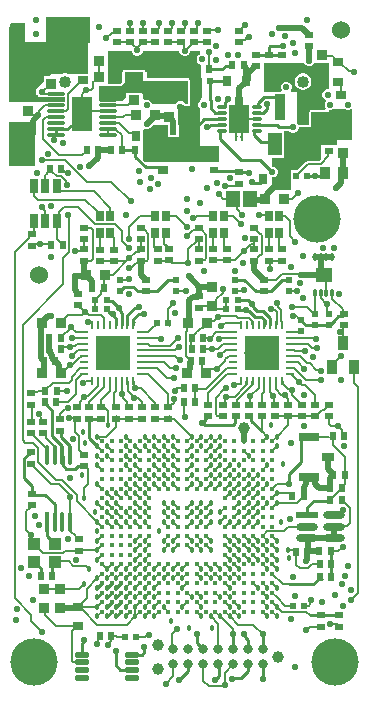
<source format=gtl>
G04*
G04 #@! TF.GenerationSoftware,Altium Limited,Altium Designer,21.0.9 (235)*
G04*
G04 Layer_Physical_Order=1*
G04 Layer_Color=255*
%FSLAX25Y25*%
%MOIN*%
G70*
G04*
G04 #@! TF.SameCoordinates,4C2DBE1E-8494-471D-9509-704978DB3033*
G04*
G04*
G04 #@! TF.FilePolarity,Positive*
G04*
G01*
G75*
%ADD11C,0.00700*%
%ADD18C,0.00500*%
%ADD20C,0.01000*%
%ADD28R,0.02362X0.02520*%
%ADD29R,0.02520X0.02362*%
G04:AMPARAMS|DCode=30|XSize=43.31mil|YSize=39.37mil|CornerRadius=2.36mil|HoleSize=0mil|Usage=FLASHONLY|Rotation=180.000|XOffset=0mil|YOffset=0mil|HoleType=Round|Shape=RoundedRectangle|*
%AMROUNDEDRECTD30*
21,1,0.04331,0.03465,0,0,180.0*
21,1,0.03858,0.03937,0,0,180.0*
1,1,0.00472,-0.01929,0.01732*
1,1,0.00472,0.01929,0.01732*
1,1,0.00472,0.01929,-0.01732*
1,1,0.00472,-0.01929,-0.01732*
%
%ADD30ROUNDEDRECTD30*%
%ADD34C,0.01575*%
%ADD35R,0.01968X0.02165*%
%ADD36R,0.03740X0.03347*%
%ADD37R,0.03740X0.02953*%
%ADD40R,0.04545X0.05339*%
%ADD41R,0.02165X0.01968*%
%ADD42R,0.03347X0.03740*%
%ADD43R,0.02362X0.02165*%
G04:AMPARAMS|DCode=44|XSize=65.17mil|YSize=14.99mil|CornerRadius=7.5mil|HoleSize=0mil|Usage=FLASHONLY|Rotation=90.000|XOffset=0mil|YOffset=0mil|HoleType=Round|Shape=RoundedRectangle|*
%AMROUNDEDRECTD44*
21,1,0.06517,0.00000,0,0,90.0*
21,1,0.05018,0.01499,0,0,90.0*
1,1,0.01499,0.00000,0.02509*
1,1,0.01499,0.00000,-0.02509*
1,1,0.01499,0.00000,-0.02509*
1,1,0.01499,0.00000,0.02509*
%
%ADD44ROUNDEDRECTD44*%
%ADD45R,0.01499X0.06517*%
G04:AMPARAMS|DCode=46|XSize=9.84mil|YSize=23.62mil|CornerRadius=1.97mil|HoleSize=0mil|Usage=FLASHONLY|Rotation=180.000|XOffset=0mil|YOffset=0mil|HoleType=Round|Shape=RoundedRectangle|*
%AMROUNDEDRECTD46*
21,1,0.00984,0.01968,0,0,180.0*
21,1,0.00591,0.02362,0,0,180.0*
1,1,0.00394,-0.00295,0.00984*
1,1,0.00394,0.00295,0.00984*
1,1,0.00394,0.00295,-0.00984*
1,1,0.00394,-0.00295,-0.00984*
%
%ADD46ROUNDEDRECTD46*%
G04:AMPARAMS|DCode=47|XSize=23.62mil|YSize=9.84mil|CornerRadius=1.97mil|HoleSize=0mil|Usage=FLASHONLY|Rotation=180.000|XOffset=0mil|YOffset=0mil|HoleType=Round|Shape=RoundedRectangle|*
%AMROUNDEDRECTD47*
21,1,0.02362,0.00591,0,0,180.0*
21,1,0.01968,0.00984,0,0,180.0*
1,1,0.00394,-0.00984,0.00295*
1,1,0.00394,0.00984,0.00295*
1,1,0.00394,0.00984,-0.00295*
1,1,0.00394,-0.00984,-0.00295*
%
%ADD47ROUNDEDRECTD47*%
%ADD49R,0.02953X0.03543*%
%ADD50R,0.03543X0.02953*%
%ADD51R,0.03347X0.09055*%
%ADD52R,0.13386X0.03858*%
G04:AMPARAMS|DCode=53|XSize=57.09mil|YSize=11.02mil|CornerRadius=1.38mil|HoleSize=0mil|Usage=FLASHONLY|Rotation=0.000|XOffset=0mil|YOffset=0mil|HoleType=Round|Shape=RoundedRectangle|*
%AMROUNDEDRECTD53*
21,1,0.05709,0.00827,0,0,0.0*
21,1,0.05433,0.01102,0,0,0.0*
1,1,0.00276,0.02717,-0.00413*
1,1,0.00276,-0.02717,-0.00413*
1,1,0.00276,-0.02717,0.00413*
1,1,0.00276,0.02717,0.00413*
%
%ADD53ROUNDEDRECTD53*%
G04:AMPARAMS|DCode=54|XSize=27.95mil|YSize=10.63mil|CornerRadius=3.72mil|HoleSize=0mil|Usage=FLASHONLY|Rotation=270.000|XOffset=0mil|YOffset=0mil|HoleType=Round|Shape=RoundedRectangle|*
%AMROUNDEDRECTD54*
21,1,0.02795,0.00319,0,0,270.0*
21,1,0.02051,0.01063,0,0,270.0*
1,1,0.00744,-0.00160,-0.01026*
1,1,0.00744,-0.00160,0.01026*
1,1,0.00744,0.00160,0.01026*
1,1,0.00744,0.00160,-0.01026*
%
%ADD54ROUNDEDRECTD54*%
G04:AMPARAMS|DCode=55|XSize=25.59mil|YSize=47.24mil|CornerRadius=1.92mil|HoleSize=0mil|Usage=FLASHONLY|Rotation=180.000|XOffset=0mil|YOffset=0mil|HoleType=Round|Shape=RoundedRectangle|*
%AMROUNDEDRECTD55*
21,1,0.02559,0.04341,0,0,180.0*
21,1,0.02175,0.04724,0,0,180.0*
1,1,0.00384,-0.01088,0.02170*
1,1,0.00384,0.01088,0.02170*
1,1,0.00384,0.01088,-0.02170*
1,1,0.00384,-0.01088,-0.02170*
%
%ADD55ROUNDEDRECTD55*%
%ADD56R,0.07301X0.02410*%
G04:AMPARAMS|DCode=57|XSize=73.01mil|YSize=24.1mil|CornerRadius=12.05mil|HoleSize=0mil|Usage=FLASHONLY|Rotation=0.000|XOffset=0mil|YOffset=0mil|HoleType=Round|Shape=RoundedRectangle|*
%AMROUNDEDRECTD57*
21,1,0.07301,0.00000,0,0,0.0*
21,1,0.04891,0.02410,0,0,0.0*
1,1,0.02410,0.02445,0.00000*
1,1,0.02410,-0.02445,0.00000*
1,1,0.02410,-0.02445,0.00000*
1,1,0.02410,0.02445,0.00000*
%
%ADD57ROUNDEDRECTD57*%
G04:AMPARAMS|DCode=58|XSize=17.72mil|YSize=45.28mil|CornerRadius=1.95mil|HoleSize=0mil|Usage=FLASHONLY|Rotation=270.000|XOffset=0mil|YOffset=0mil|HoleType=Round|Shape=RoundedRectangle|*
%AMROUNDEDRECTD58*
21,1,0.01772,0.04138,0,0,270.0*
21,1,0.01382,0.04528,0,0,270.0*
1,1,0.00390,-0.02069,-0.00691*
1,1,0.00390,-0.02069,0.00691*
1,1,0.00390,0.02069,0.00691*
1,1,0.00390,0.02069,-0.00691*
%
%ADD58ROUNDEDRECTD58*%
%ADD59R,0.04331X0.03150*%
%ADD60R,0.06693X0.03150*%
%ADD61R,0.02559X0.03347*%
G04:AMPARAMS|DCode=79|XSize=114.17mil|YSize=114.17mil|CornerRadius=1.71mil|HoleSize=0mil|Usage=FLASHONLY|Rotation=180.000|XOffset=0mil|YOffset=0mil|HoleType=Round|Shape=RoundedRectangle|*
%AMROUNDEDRECTD79*
21,1,0.11417,0.11075,0,0,180.0*
21,1,0.11075,0.11417,0,0,180.0*
1,1,0.00343,-0.05537,0.05537*
1,1,0.00343,0.05537,0.05537*
1,1,0.00343,0.05537,-0.05537*
1,1,0.00343,-0.05537,-0.05537*
%
%ADD79ROUNDEDRECTD79*%
%ADD98C,0.04016*%
%ADD101R,0.02600X0.02300*%
%ADD102R,0.09000X0.15000*%
%ADD103R,0.15000X0.09000*%
%ADD104C,0.03150*%
%ADD105R,0.02300X0.02600*%
%ADD106R,0.03500X0.04900*%
G04:AMPARAMS|DCode=107|XSize=64.96mil|YSize=94.49mil|CornerRadius=1.95mil|HoleSize=0mil|Usage=FLASHONLY|Rotation=0.000|XOffset=0mil|YOffset=0mil|HoleType=Round|Shape=RoundedRectangle|*
%AMROUNDEDRECTD107*
21,1,0.06496,0.09059,0,0,0.0*
21,1,0.06106,0.09449,0,0,0.0*
1,1,0.00390,0.03053,-0.04530*
1,1,0.00390,-0.03053,-0.04530*
1,1,0.00390,-0.03053,0.04530*
1,1,0.00390,0.03053,0.04530*
%
%ADD107ROUNDEDRECTD107*%
G04:AMPARAMS|DCode=108|XSize=11.02mil|YSize=33.47mil|CornerRadius=1.98mil|HoleSize=0mil|Usage=FLASHONLY|Rotation=90.000|XOffset=0mil|YOffset=0mil|HoleType=Round|Shape=RoundedRectangle|*
%AMROUNDEDRECTD108*
21,1,0.01102,0.02950,0,0,90.0*
21,1,0.00706,0.03347,0,0,90.0*
1,1,0.00397,0.01475,0.00353*
1,1,0.00397,0.01475,-0.00353*
1,1,0.00397,-0.01475,-0.00353*
1,1,0.00397,-0.01475,0.00353*
%
%ADD108ROUNDEDRECTD108*%
%ADD109R,0.06500X0.11201*%
%ADD110C,0.06000*%
%ADD111R,0.05512X0.05118*%
%ADD112C,0.03937*%
%ADD113R,0.04764X0.07500*%
%ADD114R,0.03400X0.04000*%
%ADD115C,0.00625*%
%ADD116C,0.02000*%
%ADD117C,0.00900*%
%ADD118C,0.00400*%
%ADD119R,0.01102X0.02756*%
%ADD120C,0.15748*%
%ADD121C,0.02200*%
%ADD122C,0.01800*%
%ADD123C,0.01968*%
G36*
X65158Y212399D02*
X64980Y212326D01*
X64474Y211820D01*
X64200Y211158D01*
Y210442D01*
X64474Y209780D01*
X64980Y209274D01*
X65158Y209201D01*
Y196837D01*
X65009Y196689D01*
X64735Y196027D01*
Y195311D01*
X65009Y194650D01*
X65158Y194502D01*
Y181890D01*
X71653D01*
Y176772D01*
X47006D01*
X46457Y177321D01*
Y187370D01*
X46957Y187704D01*
X47280Y187570D01*
X47996D01*
X48657Y187844D01*
X49164Y188350D01*
X49231Y188512D01*
X49695Y188976D01*
X54508D01*
Y185059D01*
X58270D01*
Y188979D01*
X58110D01*
Y190276D01*
X57978Y190940D01*
X57874Y191096D01*
Y195669D01*
X59730D01*
X59806Y195594D01*
X59829Y195558D01*
X59829Y195558D01*
X59830Y195558D01*
X59952Y195476D01*
X60061Y195404D01*
X60061Y195404D01*
X60061Y195404D01*
X60198Y195376D01*
X60334Y195349D01*
X60334Y195349D01*
X60334Y195349D01*
X61417D01*
X61690Y195404D01*
X61922Y195558D01*
X62077Y195790D01*
X62131Y196063D01*
Y203543D01*
X62077Y203816D01*
X61922Y204048D01*
X61811Y204122D01*
Y204724D01*
X47638D01*
Y206693D01*
X47170D01*
X47116Y206966D01*
X46961Y207198D01*
X46730Y207352D01*
X46457Y207407D01*
X40168D01*
X39895Y207352D01*
X39664Y207198D01*
X39509Y206966D01*
X39455Y206693D01*
Y203281D01*
X38856Y202682D01*
X34646D01*
Y213779D01*
X42657D01*
Y213438D01*
X42931Y212776D01*
X43437Y212270D01*
X44099Y211996D01*
X44815D01*
X45476Y212270D01*
X45983Y212776D01*
X46257Y213438D01*
Y213779D01*
X58436D01*
Y213296D01*
X58710Y212634D01*
X59217Y212128D01*
X59878Y211854D01*
X60594D01*
X61256Y212128D01*
X61762Y212634D01*
X62036Y213296D01*
Y213779D01*
X65158D01*
Y212399D01*
D02*
G37*
G36*
X108268Y204724D02*
Y200906D01*
X108258Y200900D01*
X107542D01*
X106880Y200626D01*
X106374Y200120D01*
X106100Y199458D01*
Y198742D01*
X106374Y198080D01*
X106880Y197574D01*
X107187Y197447D01*
X107304Y196857D01*
X107135Y196689D01*
X106861Y196027D01*
Y195311D01*
X107135Y194650D01*
X107278Y194508D01*
X107120Y193966D01*
X107037Y193911D01*
X105562D01*
X105493Y193898D01*
X105422D01*
X105245Y193862D01*
X102362D01*
X102089Y193808D01*
X101857Y193653D01*
X101703Y193422D01*
X101648Y193149D01*
Y188903D01*
X98257D01*
X98121Y188876D01*
X97983Y189209D01*
X97638Y189553D01*
Y200000D01*
X95772D01*
X95565Y200500D01*
X95621Y200555D01*
X95894Y201217D01*
Y201933D01*
X95621Y202594D01*
X95114Y203101D01*
X94453Y203375D01*
X93736D01*
X93075Y203101D01*
X92568Y202594D01*
X92295Y201933D01*
Y201217D01*
X92546Y200609D01*
X92361Y200109D01*
X89457D01*
Y200000D01*
X86614D01*
Y209700D01*
X100134D01*
X100267Y209379D01*
X100774Y208873D01*
X101435Y208599D01*
X102151D01*
X102813Y208873D01*
X103319Y209379D01*
X103452Y209700D01*
X108268D01*
Y204724D01*
D02*
G37*
G36*
X6900Y222824D02*
Y216535D01*
X27953D01*
Y212700D01*
Y206113D01*
X23906D01*
Y205906D01*
X21533D01*
X21459Y205948D01*
X20770Y206133D01*
X20057D01*
X19368Y205948D01*
X19294Y205906D01*
X15748D01*
X14972Y205129D01*
X13178D01*
Y203335D01*
X10630Y200787D01*
Y198425D01*
X11697D01*
X12240Y198200D01*
X12957D01*
X13390Y198380D01*
X13595Y198339D01*
X14239D01*
X14437Y198207D01*
X14764Y198142D01*
X20197D01*
X20314Y198046D01*
Y196836D01*
X20197Y196740D01*
X14764D01*
X14572Y196702D01*
X1575D01*
Y220849D01*
X1866Y221808D01*
X2414Y222835D01*
X6890D01*
X6900Y222824D01*
D02*
G37*
G36*
X46457Y203543D02*
X61417D01*
Y196063D01*
X60334D01*
X60326Y196083D01*
X59820Y196589D01*
X59158Y196863D01*
X58442D01*
X57780Y196589D01*
X57274Y196083D01*
X57266Y196063D01*
X49279D01*
X49065Y196580D01*
X48559Y197086D01*
X47897Y197360D01*
X47181D01*
X46957Y197267D01*
X46457Y197601D01*
Y199213D01*
X45877D01*
Y199617D01*
X40737D01*
Y198217D01*
X39370Y196850D01*
X31600D01*
Y201969D01*
X40157D01*
Y202548D01*
X40168D01*
Y206693D01*
X46457D01*
Y203543D01*
D02*
G37*
G36*
X116142Y183858D02*
X111024D01*
Y182283D01*
X105512D01*
Y177498D01*
X105068Y177055D01*
X101280D01*
X101279Y177055D01*
X100870Y176973D01*
X100522Y176741D01*
X97611Y173830D01*
X95658D01*
Y170265D01*
X95669D01*
Y167323D01*
X89370D01*
Y171501D01*
X89728D01*
X90390Y171775D01*
X90896Y172282D01*
X91170Y172943D01*
Y173659D01*
X90896Y174321D01*
X90390Y174827D01*
X89728Y175101D01*
X89370D01*
Y177953D01*
X93307D01*
Y178227D01*
X93436D01*
Y186966D01*
X95135D01*
X95437Y186663D01*
X96099Y186389D01*
X96815D01*
X97476Y186663D01*
X97983Y187169D01*
X98257Y187831D01*
Y188189D01*
X102362D01*
Y193149D01*
X105315D01*
X105562Y193198D01*
X107393D01*
Y193307D01*
X108268D01*
Y193884D01*
X108303Y193869D01*
X109019D01*
X109681Y194143D01*
X109838Y194300D01*
X113684D01*
X113727Y194257D01*
X114388Y193983D01*
X115104D01*
X115766Y194257D01*
X115808Y194300D01*
X116142D01*
Y183858D01*
D02*
G37*
%LPC*%
G36*
X100022Y206133D02*
X99309D01*
X98620Y205948D01*
X98003Y205592D01*
X97499Y205088D01*
X97142Y204470D01*
X96957Y203782D01*
Y203069D01*
X97142Y202380D01*
X97499Y201763D01*
X98003Y201258D01*
X98620Y200902D01*
X99309Y200717D01*
X100022D01*
X100711Y200902D01*
X101328Y201258D01*
X101832Y201763D01*
X102189Y202380D01*
X102373Y203069D01*
Y203782D01*
X102189Y204470D01*
X101832Y205088D01*
X101328Y205592D01*
X100711Y205948D01*
X100022Y206133D01*
D02*
G37*
%LPD*%
D11*
X53832Y158780D02*
X57362D01*
X61024Y155118D01*
X97342Y172047D02*
Y172146D01*
X97977Y172780D01*
X98075D02*
X101279Y175984D01*
X105512D01*
X97977Y172780D02*
X98075D01*
X22102Y53688D02*
X23990Y51800D01*
Y51721D02*
Y51800D01*
X24821Y50890D02*
X24900D01*
X23990Y51721D02*
X24821Y50890D01*
X22102Y53688D02*
Y56440D01*
X21949Y56593D02*
X22102Y56440D01*
X7300Y60124D02*
X8499Y61323D01*
X7300Y53900D02*
X8900Y52300D01*
X7300Y53900D02*
Y60124D01*
X8499Y61473D02*
X9299Y62273D01*
X8499Y61323D02*
Y61473D01*
X9299Y62273D02*
X9449D01*
X9896Y49168D02*
X9994Y49266D01*
X9896Y49167D02*
Y49168D01*
X10126Y50884D02*
X10839Y50171D01*
X10900D01*
X63536Y220404D02*
X64336Y221204D01*
X63386Y220404D02*
X63536D01*
X64336Y221204D02*
Y222604D01*
X64567Y222835D01*
X67716Y220404D02*
X67785Y220472D01*
X71260D01*
X15310Y174221D02*
Y174300D01*
X14150Y172609D02*
Y173061D01*
X13800Y168507D02*
Y172259D01*
X14150Y173061D02*
X15310Y174221D01*
X13800Y172259D02*
X14150Y172609D01*
X11670Y193570D02*
X13573Y195473D01*
X17480D01*
X11442Y192158D02*
X11670Y192386D01*
Y193570D01*
X11373Y192227D02*
X11442Y192158D01*
X9223Y192227D02*
X11373D01*
X7900Y193550D02*
X9223Y192227D01*
X18400Y178900D02*
X25819D01*
X13000Y184300D02*
Y190525D01*
Y184300D02*
X18400Y178900D01*
X88326Y158800D02*
X88346Y158780D01*
X85000Y158800D02*
X88326D01*
X95300Y151800D02*
Y157062D01*
Y151800D02*
X97000Y150100D01*
X97000D01*
X88189Y143769D02*
X92713D01*
X91963Y148319D02*
Y148548D01*
Y148319D02*
X92713Y147569D01*
X91732Y148779D02*
Y153032D01*
Y148779D02*
X91963Y148548D01*
X88189Y147569D02*
Y152874D01*
X88346Y153032D01*
X88600Y141100D02*
Y143358D01*
X88189Y143769D02*
X88600Y143358D01*
X93652Y158711D02*
X95300Y157062D01*
X93364Y139337D02*
X96399D01*
X93275Y139248D02*
X93364Y139337D01*
X92568Y139248D02*
X93275D01*
X96488D02*
X98752D01*
X90653Y137333D02*
X92568Y139248D01*
X96399Y139337D02*
X96488Y139248D01*
X98752D02*
X98900Y139100D01*
X24632Y161600D02*
X30326Y155905D01*
X18174Y159874D02*
X19900Y161600D01*
X24632D01*
X18174Y157526D02*
Y159874D01*
X17540Y156893D02*
X18174Y157526D01*
X17540Y150910D02*
Y156893D01*
X36400Y139100D02*
X41800Y144500D01*
X33190Y138740D02*
X33550Y139100D01*
X36400D01*
X69379Y128740D02*
X69476D01*
X69279D02*
X69379D01*
X72894Y132894D02*
Y134316D01*
X73003Y134425D01*
X70799Y130799D02*
X72894Y132894D01*
X69476Y128740D02*
X70799Y130063D01*
Y130799D01*
X74114Y127559D02*
Y130709D01*
X65591Y128740D02*
X69279D01*
X64961Y128110D02*
X65591Y128740D01*
X69379D02*
X70560Y127559D01*
X74114D01*
X77026Y133711D02*
X79774D01*
X76878Y133563D02*
X77026Y133711D01*
X79774D02*
X79921Y133858D01*
X27100Y126500D02*
X27260D01*
X28260Y125500D01*
X32374D01*
X33202Y124672D01*
X24500Y128910D02*
X25331Y128079D01*
X25521D01*
X27100Y126500D01*
X33190Y134500D02*
X33301Y134611D01*
X33190Y134500D02*
Y138740D01*
X30413Y130807D02*
X31048Y131441D01*
X31146D01*
X32434Y132730D01*
Y133745D01*
X33190Y134500D01*
X30413Y130709D02*
Y130807D01*
Y127559D02*
Y130709D01*
X21430Y125564D02*
X25940D01*
X18898Y123031D02*
X21430Y125564D01*
X79921Y146850D02*
X82284Y149213D01*
X75882Y163779D02*
X77628Y162034D01*
X88779Y99958D02*
Y103543D01*
Y99958D02*
X89800Y98938D01*
X90731Y100820D02*
Y103526D01*
X90748Y103543D01*
X90731Y100820D02*
X92464Y99087D01*
X82732Y103401D02*
X82874Y103543D01*
X77815Y97391D02*
X82732Y102308D01*
Y103401D01*
X77815Y96194D02*
Y97391D01*
X77222Y95601D02*
X77815Y96194D01*
X84842Y101419D02*
Y103543D01*
X81934Y98510D02*
X84842Y101419D01*
X37172Y102302D02*
X37172Y102302D01*
Y103511D02*
X37205Y103543D01*
X37172Y100153D02*
Y102302D01*
X36614Y99595D02*
X37172Y100153D01*
X37172Y102302D02*
Y103511D01*
X31300Y101900D02*
Y103543D01*
X27087Y98587D02*
X27987D01*
X31300Y101900D01*
X31299Y103543D02*
X31300Y103543D01*
X26800Y98300D02*
X27087Y98587D01*
X54276Y104724D02*
X56693D01*
X50929Y108071D02*
X54276Y104724D01*
X46063Y108071D02*
X50929D01*
X46063Y110039D02*
X53261D01*
X55426Y107874D02*
X57480D01*
X53261Y110039D02*
X55426Y107874D01*
X57108Y113976D02*
X58092Y114961D01*
X58268D01*
X45669Y113976D02*
X57108D01*
X56933Y112008D02*
X58311Y110630D01*
X45669Y112008D02*
X56933D01*
X55164Y115400D02*
X57874Y118110D01*
X47879Y116009D02*
X48489Y115400D01*
X55164D01*
X45734Y116009D02*
X47879D01*
X100800Y103925D02*
X105755D01*
X96796Y107929D02*
X100800Y103925D01*
X81717Y124672D02*
X82732Y123657D01*
Y122583D02*
Y123657D01*
Y122583D02*
X82874Y122441D01*
X94769Y95601D02*
Y97697D01*
X93800Y98666D02*
X94769Y97697D01*
X93800Y98666D02*
Y98800D01*
X111461Y46850D02*
X113036Y48425D01*
X108869Y46850D02*
X111461D01*
X37611Y18489D02*
X37802Y18298D01*
X40230D01*
X35790Y16908D02*
Y18700D01*
X36001Y18489D01*
X37611D01*
X47040Y18200D02*
X47840Y19000D01*
X48200D01*
X43970Y18200D02*
X47040D01*
X31000Y15900D02*
X31179Y16079D01*
Y17869D01*
X32010Y18700D01*
X9429Y99911D02*
X10995D01*
X9055Y99538D02*
X9429Y99911D01*
X11484Y100400D02*
X13700D01*
X10995Y99911D02*
X11484Y100400D01*
X21400Y96700D02*
X23900Y99200D01*
Y103920D01*
X26083Y106102D01*
X22500Y104086D02*
Y105000D01*
X25429Y107929D01*
X21491Y103077D02*
X22500Y104086D01*
X25429Y107929D02*
X26630D01*
X26772Y108071D01*
X17540Y150910D02*
X19500Y148950D01*
X39370Y150330D02*
Y153530D01*
X36994Y155905D02*
X39370Y153530D01*
X30326Y155905D02*
X36994D01*
X95973Y164173D02*
X98000Y166200D01*
X93307Y164173D02*
X95973D01*
X34646Y15764D02*
X35790Y16908D01*
X34646Y15748D02*
Y15764D01*
X22520Y20266D02*
X24205Y21950D01*
X22520Y10290D02*
Y20266D01*
Y10290D02*
X22930Y9879D01*
X25834D01*
X60236Y223228D02*
X60236Y223228D01*
Y222835D02*
Y223228D01*
X59842Y221191D02*
X60236D01*
Y222835D01*
X59055Y220404D02*
X59842Y221191D01*
X55905Y221191D02*
Y222835D01*
X54724Y220404D02*
X55512Y221191D01*
X55905D01*
X34100Y217958D02*
X35903Y219762D01*
X34100Y217900D02*
Y217958D01*
X51575Y221191D02*
Y222835D01*
X51181Y221191D02*
X51575D01*
X50394Y220404D02*
X51181Y221191D01*
X46457Y222835D02*
Y223228D01*
Y220404D02*
Y222835D01*
X44170Y214083D02*
Y214530D01*
X43050Y215650D02*
X44170Y214530D01*
Y214083D02*
X44457Y213796D01*
X42100Y216600D02*
X42250D01*
X43050Y215800D01*
Y215650D02*
Y215800D01*
X37800Y216600D02*
X42100D01*
X35903Y219762D02*
X37162D01*
X37800Y220400D01*
X42126Y220426D02*
Y222835D01*
X42100Y220400D02*
X42126Y220426D01*
X31496Y205118D02*
Y210236D01*
X29700Y201400D02*
Y203188D01*
X27165Y200661D02*
X28961D01*
X30173Y203598D02*
X31496Y204921D01*
X30110Y203598D02*
X30173D01*
X29700Y203188D02*
X30110Y203598D01*
X31496Y204921D02*
Y205118D01*
X28961Y200661D02*
X29700Y201400D01*
X31496Y210236D02*
Y210433D01*
X14031Y201433D02*
X14425D01*
X12598Y200000D02*
X14031Y201433D01*
X14425D02*
X15748Y202756D01*
X25984Y209842D02*
X26378Y210236D01*
X22047Y209842D02*
X25984D01*
X12500Y161600D02*
X13800Y160300D01*
Y156893D02*
Y160300D01*
X20360Y170701D02*
X20360D01*
X19142Y171919D02*
X20360Y170701D01*
X16141Y173323D02*
X17545Y171919D01*
X16141Y173323D02*
Y173469D01*
X15310Y174300D02*
X16141Y173469D01*
X17545Y171919D02*
X19142D01*
X20173Y173138D02*
X20678D01*
X19090Y174221D02*
X20173Y173138D01*
X19090Y174221D02*
Y174300D01*
X20720Y173180D02*
X20922D01*
X20678Y173138D02*
X20720Y173180D01*
X20922D02*
X21251Y172851D01*
X20813Y169287D02*
X21100Y169000D01*
X20813Y169287D02*
Y170248D01*
X20360Y170701D02*
X20813Y170248D01*
X20720Y173180D02*
X21049Y172851D01*
X21251D01*
X21100Y169000D02*
Y169406D01*
X18470Y166807D02*
X29893D01*
X17540Y167737D02*
X18470Y166807D01*
X17540Y167737D02*
Y168507D01*
X17500Y100400D02*
X21100D01*
Y100375D02*
Y100400D01*
X20925Y100200D02*
X21100Y100375D01*
X17300Y96600D02*
Y96700D01*
X26083Y106102D02*
X26772D01*
X17300Y96700D02*
X21400D01*
X13700Y100400D02*
Y100550D01*
X16227Y103077D01*
X21491D01*
X12150Y90800D02*
X12950Y90000D01*
X13100D01*
X11800Y92094D02*
X12150Y91744D01*
Y90800D02*
Y91744D01*
X11800Y92094D02*
Y92500D01*
X9249Y90194D02*
Y95738D01*
X9055Y90000D02*
X9249Y90194D01*
X25218Y96540D02*
X26800Y98122D01*
Y98300D01*
X26806Y102900D02*
X27449Y103543D01*
X29331D01*
X26400Y102900D02*
X26806D01*
X25218Y95613D02*
Y96540D01*
X25205Y95601D02*
X25218Y95613D01*
X22887Y117913D02*
X26772D01*
X22800Y118000D02*
X22887Y117913D01*
X21897Y114797D02*
X22336Y115236D01*
X22500Y111900D02*
X22706D01*
X24782Y113976D01*
X19685Y106496D02*
X21989Y108800D01*
X22000D01*
X22287Y109087D01*
X26630Y111866D02*
X26772Y112008D01*
X25656Y111582D02*
X25941Y111866D01*
X22287Y109087D02*
X22776D01*
X25271Y111582D01*
X25941Y111866D02*
X26630D01*
X26876Y126500D02*
X27100D01*
X25940Y125564D02*
X26876Y126500D01*
X20633Y119915D02*
X21006D01*
X22441Y121350D01*
Y121367D02*
Y121653D01*
Y121350D02*
Y121367D01*
X23926Y119882D01*
X26772D01*
X22336Y115236D02*
X23504D01*
X24213Y115945D01*
X19453Y114797D02*
X21897D01*
X19500Y148800D02*
Y148950D01*
X10100Y149400D02*
X12100D01*
X9400Y148700D02*
X10100Y149400D01*
X35276Y158780D02*
Y161424D01*
X29893Y166807D02*
X35276Y161424D01*
X39370Y150330D02*
X41800Y147900D01*
X23822Y146922D02*
X26135D01*
X23800Y146900D02*
X23822Y146922D01*
X26135D02*
X26772Y147559D01*
X31890Y158780D02*
X31890Y158780D01*
X21813Y65087D02*
Y65859D01*
X21949Y56593D02*
Y64649D01*
X18380Y69291D02*
X21813Y65859D01*
X21949Y64649D02*
X22100Y64800D01*
X21813Y65087D02*
X22100Y64800D01*
X13000Y190525D02*
X14011Y191535D01*
X41700Y151100D02*
X41800Y151000D01*
X41700Y151100D02*
Y155086D01*
X45394Y158780D01*
X44028Y146728D02*
X44838D01*
X45669Y147559D01*
X41800Y144500D02*
X44028Y146728D01*
X36614Y143652D02*
X40640D01*
X44148Y142948D02*
X44917D01*
X42400Y141200D02*
X44148Y142948D01*
X44917D02*
X45669Y143701D01*
X41297Y137303D02*
X41594Y137600D01*
X42000D01*
X38583Y137303D02*
X41297D01*
X86614Y137333D02*
X90653D01*
X89800Y98700D02*
X89999Y98501D01*
X89800Y98700D02*
Y98938D01*
X89999Y95985D02*
Y98501D01*
X92464Y99087D02*
X93513D01*
X93800Y98800D01*
X94615Y100956D02*
X95744D01*
X96000Y100700D01*
X95971Y99030D02*
X99400Y95601D01*
X92859Y102712D02*
Y103401D01*
Y102712D02*
X94615Y100956D01*
X92716Y103543D02*
X92859Y103401D01*
X95971Y99030D02*
Y100541D01*
X95906Y100606D02*
X95971Y100541D01*
X18800Y34250D02*
X24850D01*
X25575Y34975D01*
X13200Y34250D02*
X18800D01*
X17180Y43459D02*
X21611D01*
X23125Y41945D01*
X25575D01*
X13663Y25637D02*
X17350Y21950D01*
X13663Y25637D02*
Y27488D01*
X13200Y27950D02*
X13663Y27488D01*
X17350Y21950D02*
X24205D01*
X25234Y28688D02*
X25575Y29029D01*
X24500Y28250D02*
X24795D01*
X24500Y28250D02*
X25575Y27175D01*
X56046Y14505D02*
Y19146D01*
X57700Y20800D01*
X56046Y14505D02*
X56378Y14173D01*
X27628Y180559D02*
Y180709D01*
X26828Y179759D02*
X27628Y180559D01*
X26678Y179759D02*
X26828D01*
X25819Y178900D02*
X26678Y179759D01*
X115800Y30600D02*
X118110Y32910D01*
Y101575D01*
X110905Y22495D02*
X111700Y21700D01*
X109005Y22495D02*
X110905D01*
X108800Y22700D02*
X109005Y22495D01*
X41732Y186221D02*
X43307D01*
X44094Y185433D01*
X38386Y189567D02*
X41732Y186221D01*
X34488Y189567D02*
X38386D01*
X116732Y102953D02*
Y108205D01*
Y102953D02*
X118110Y101575D01*
X71590Y165811D02*
Y165914D01*
Y165811D02*
X72970Y164432D01*
X66467Y118110D02*
X68898D01*
X80157Y217330D02*
X81138Y218311D01*
X79062Y217330D02*
X80157D01*
X78347Y216614D02*
X79062Y217330D01*
X81138Y218311D02*
X81544D01*
X60286Y213654D02*
X63236Y216604D01*
X60236Y213654D02*
X60286D01*
X63236Y216604D02*
X63386D01*
X67716D01*
X59205D02*
X60005Y215804D01*
Y213885D02*
Y215804D01*
X59055Y216604D02*
X59205D01*
X60005Y213885D02*
X60236Y213654D01*
X54724Y216604D02*
X59055D01*
X44744Y215041D02*
X46307Y216604D01*
X44744Y214083D02*
Y215041D01*
X46307Y216604D02*
X46457D01*
X44457Y213796D02*
X44744Y214083D01*
X46457Y216604D02*
X50394D01*
X111811Y210039D02*
X114871Y206980D01*
X116248D01*
X116535Y206693D01*
X106258Y211811D02*
X109487D01*
X111024Y210039D02*
X111417D01*
X105905Y211459D02*
X106258Y211811D01*
X109487D02*
X109897Y211401D01*
Y211166D02*
Y211401D01*
Y211166D02*
X111024Y210039D01*
X112205Y199039D02*
Y202953D01*
X111417Y203346D02*
X111811D01*
X112205Y202953D01*
Y199039D02*
X112311Y198933D01*
X85996Y88992D02*
Y91801D01*
X96636Y47144D02*
X97323Y46457D01*
X94564Y47144D02*
X96636D01*
X100102Y107663D02*
Y107772D01*
X105415Y107374D02*
X105702Y107087D01*
X97835Y110039D02*
X100102Y107772D01*
X104092Y107374D02*
X105415D01*
X96056Y105616D02*
X98277Y103395D01*
X95276Y108071D02*
X95418Y107929D01*
X96796D01*
X98277Y103395D02*
X99374Y102299D01*
X100226D02*
X103543Y98982D01*
X99374Y102299D02*
X100226D01*
X80763Y102327D02*
Y103401D01*
X80479Y102043D02*
Y102043D01*
X76862Y98425D02*
X80479Y102043D01*
X80763Y103401D02*
X80905Y103543D01*
X80479Y102043D02*
X80763Y102327D01*
X81890Y95882D02*
Y98425D01*
X81609Y95601D02*
X81890Y95882D01*
X94769Y88992D02*
Y91801D01*
X29540Y144190D02*
Y153925D01*
X26772Y143780D02*
X29130D01*
X29540Y144190D01*
X47979D02*
Y152756D01*
X45669Y154646D02*
X46500Y153815D01*
X46920D02*
X47979Y152756D01*
X46500Y153815D02*
X46920D01*
X47569Y143780D02*
X47979Y144190D01*
X45669Y143780D02*
X47569D01*
X14011Y191535D02*
X17480D01*
X13595Y199409D02*
X17480D01*
X12598Y200000D02*
X13004D01*
X13595Y199409D01*
X96485Y125151D02*
X97585D01*
X98086Y124552D02*
X98721Y123917D01*
X97585Y125151D02*
X98086Y124650D01*
X96215Y125421D02*
X96485Y125151D01*
X98721Y123917D02*
X98819D01*
X98086Y124552D02*
Y124650D01*
X103740Y117913D02*
X103937Y117717D01*
X95276Y117913D02*
X103740D01*
X95276Y119882D02*
X98524D01*
X98819Y120177D01*
X25984Y199213D02*
X27165Y200394D01*
Y200661D01*
X21385Y199239D02*
X26083Y203937D01*
X21385Y194168D02*
Y199239D01*
X26083Y203937D02*
X26378D01*
X20805Y193589D02*
X21385Y194168D01*
X17565Y193589D02*
X20805D01*
X17480Y193504D02*
X17565Y193589D01*
X25984Y192520D02*
Y199213D01*
X17116Y185429D02*
X17317Y185630D01*
X17480D01*
X17116Y184439D02*
Y185429D01*
X16535Y183858D02*
X17116Y184439D01*
X109449Y131102D02*
X112825Y127727D01*
Y126467D02*
X113386Y125906D01*
X109449Y131102D02*
Y133071D01*
X112825Y126467D02*
Y127727D01*
X108268Y89370D02*
Y91811D01*
Y89370D02*
X109055Y88583D01*
X111417D01*
X114250Y62412D02*
X115354Y61308D01*
Y56299D02*
Y61308D01*
X114224Y55169D02*
X115354Y56299D01*
X110040Y55118D02*
X110091Y55169D01*
X114224D01*
X113330Y63166D02*
X113480D01*
X114234Y62412D01*
X112530Y63967D02*
Y64117D01*
X114234Y62412D02*
X114250D01*
X112530Y63967D02*
X113330Y63166D01*
X56378Y5197D02*
Y9173D01*
X53937Y2756D02*
X56378Y5197D01*
X72614Y1787D02*
X73149Y2322D01*
X73555D01*
X68292Y1787D02*
X72614D01*
X66378Y3701D02*
X68292Y1787D01*
X66378Y3701D02*
Y9173D01*
X113036Y48425D02*
X113044D01*
X26850Y75276D02*
X27953Y74173D01*
X26772Y68110D02*
X27953Y69291D01*
Y74173D01*
X66467Y114173D02*
X69291D01*
X62273Y117717D02*
X62667Y118110D01*
X62273Y114567D02*
Y117717D01*
Y114567D02*
X62667Y114173D01*
X45669Y115945D02*
X45734Y116009D01*
X19779Y119060D02*
X20633Y119915D01*
X18829Y118260D02*
X19629Y119060D01*
X18829Y118110D02*
Y118260D01*
X18898Y122835D02*
Y123031D01*
X29331Y122441D02*
Y122799D01*
X29189Y122941D02*
X29331Y122799D01*
X28240Y122941D02*
X29189D01*
X27953Y123228D02*
X28240Y122941D01*
X33202Y122507D02*
Y124672D01*
X76018Y164432D02*
X76276Y164173D01*
X75882Y163779D02*
X76276Y164173D01*
X77628Y160892D02*
X79465Y159055D01*
X77628Y160892D02*
Y162034D01*
X72970Y164432D02*
X76018D01*
X113412Y48057D02*
X113779Y48425D01*
X54855Y90883D02*
X56755D01*
X58646Y88992D01*
X54724Y91013D02*
X54855Y90883D01*
X12702Y197403D02*
X12739Y197441D01*
X73176Y158780D02*
X76260D01*
X79134Y155905D01*
X61417Y142913D02*
Y147638D01*
X64051Y149956D02*
Y150035D01*
X62992Y149213D02*
X63307D01*
X64882Y150866D02*
X64961D01*
X64051Y150035D02*
X64882Y150866D01*
X63307Y149213D02*
X64051Y149956D01*
X61417Y147638D02*
X62992Y149213D01*
X45394Y158780D02*
X50446D01*
X112777Y85973D02*
X113317Y85433D01*
X111417Y88583D02*
X112777Y87223D01*
Y85973D02*
Y87223D01*
X26772Y64567D02*
Y68110D01*
X15816Y69291D02*
X18380D01*
X10005Y75103D02*
X15816Y69291D01*
X10005Y75103D02*
Y75253D01*
X45669Y117913D02*
X52122D01*
X52250Y117784D01*
X50195Y122102D02*
X50829Y122736D01*
Y122835D01*
X45669Y119882D02*
X47876D01*
X50096Y122102D01*
X50195D01*
X26772Y154646D02*
X28819D01*
X29540Y153925D01*
X31890Y153032D02*
X32109Y152813D01*
Y147670D02*
Y152813D01*
X31890Y147452D02*
X32109Y147670D01*
X35276Y152638D02*
X36614Y151299D01*
X35276Y152638D02*
Y153032D01*
X36614Y147452D02*
Y151299D01*
X83465Y149213D02*
Y150866D01*
Y147559D02*
Y149213D01*
X82284D02*
X83465D01*
X74410Y143887D02*
X76958D01*
X69685D02*
X74410D01*
X76958D02*
X79921Y146850D01*
X63061Y154059D02*
X64374D01*
X64961Y154646D01*
X61024Y152022D02*
X63061Y154059D01*
X65938Y153815D02*
X67335Y152418D01*
X65792Y153815D02*
X65938D01*
X64961Y154646D02*
X65792Y153815D01*
X65207Y144026D02*
X66860D01*
X67335Y144500D01*
Y152418D01*
X64961Y143780D02*
X65207Y144026D01*
X73176Y148921D02*
X73460Y148637D01*
X73176Y148921D02*
Y152638D01*
X73460Y148487D02*
X74260Y147687D01*
X73460Y148487D02*
Y148637D01*
X74260Y147687D02*
X74410D01*
X69685Y152927D02*
X69790Y153032D01*
X69685Y147687D02*
Y152927D01*
X62992Y157874D02*
X63247D01*
X64152Y158780D02*
X69790D01*
X63247Y157874D02*
X64152Y158780D01*
X77574Y168597D02*
X78347Y169370D01*
X73207Y168597D02*
X77574D01*
X91801Y158711D02*
X93652D01*
X91732Y158780D02*
X91801Y158711D01*
X24213Y115945D02*
X26772D01*
X24782Y113976D02*
X26772D01*
X18829Y114173D02*
X19453Y114797D01*
X19629Y119060D02*
X19779D01*
X58311Y110630D02*
X58661D01*
X47835Y106102D02*
X54724Y99213D01*
Y95601D02*
Y99213D01*
X45669Y106102D02*
X47835D01*
X45669Y108071D02*
X46063D01*
X44718Y97802D02*
X45950Y96569D01*
X43307Y98032D02*
X43537Y97802D01*
X44718D01*
X45950Y94813D02*
Y96569D01*
X50337Y94813D02*
Y96451D01*
X45607Y101181D02*
X50337Y96451D01*
X43701Y101181D02*
X45607D01*
X32283Y94813D02*
Y97244D01*
X35236Y100197D01*
Y103543D01*
X36614Y95376D02*
Y99595D01*
Y95376D02*
X37177Y94813D01*
X33268Y101647D02*
Y103543D01*
X28403Y96782D02*
X33268Y101647D01*
X28403Y94813D02*
Y96782D01*
X101835Y109630D02*
X104092Y107374D01*
X101000Y109630D02*
X101835D01*
X71151Y114173D02*
X72922Y115945D01*
X69291Y114173D02*
X71151D01*
X107677Y126476D02*
Y129419D01*
Y126476D02*
X108268Y125886D01*
X56496Y96435D02*
Y97215D01*
X54724Y95601D02*
X54737Y95613D01*
X55674D01*
X56496Y96435D01*
Y97215D02*
X56783Y97502D01*
X43414Y101468D02*
X43701Y101181D01*
X89999Y95985D02*
X90382Y95601D01*
X85996D02*
Y99227D01*
X86811Y100043D01*
X77178Y102362D02*
X77527Y102712D01*
X76772Y102362D02*
X77178D01*
X77527Y102712D02*
X78795D01*
X74016Y98425D02*
X76862D01*
X67360Y100934D02*
X74355Y107929D01*
X76236D01*
X64251Y100934D02*
X67360D01*
X63711Y100394D02*
X64251Y100934D01*
X67323Y106299D02*
X68504Y107480D01*
X70866D01*
X73753Y110367D01*
X76236Y111866D02*
X76378Y112008D01*
X74858Y111866D02*
X76236D01*
X74574Y111582D02*
X74858Y111866D01*
X74484Y111582D02*
X74574D01*
X73753Y110851D02*
X74484Y111582D01*
X73753Y110367D02*
Y110851D01*
X66063Y107559D02*
Y110236D01*
Y107559D02*
X67323Y106299D01*
X68110Y95601D02*
Y99595D01*
X74476Y105960D01*
X76236D01*
X18625Y90998D02*
Y92666D01*
X20160Y94201D01*
X18504Y90876D02*
X18625Y90998D01*
X20160Y94201D02*
X20973D01*
X21260Y94488D01*
X50052Y148304D02*
Y152638D01*
X50446Y153032D01*
X50052Y148304D02*
X50446D01*
X51181Y147569D01*
X53438Y149367D02*
Y152638D01*
X53832Y153032D01*
X53438Y149367D02*
X54168Y148637D01*
Y148487D02*
Y148637D01*
Y148487D02*
X54968Y147687D01*
X55118D01*
X45669Y147559D02*
Y150866D01*
X26969Y193504D02*
X34488D01*
X31496Y210433D02*
X32819Y211756D01*
X90329Y127277D02*
X91032Y126573D01*
X90890Y123272D02*
Y123540D01*
X91032Y123682D01*
Y126573D01*
X91319Y128267D02*
X92432Y127153D01*
Y123682D02*
Y127153D01*
X104298Y114600D02*
X104331Y114567D01*
X102723Y114600D02*
X104298D01*
X95276Y115945D02*
X101378D01*
X102723Y114600D01*
X72241Y125378D02*
X77157D01*
X86811Y100043D02*
Y103543D01*
X96893Y113834D02*
X96948Y113779D01*
X95276Y113976D02*
X95418Y113834D01*
X96893D01*
X96948Y113779D02*
X100394D01*
X68898Y118110D02*
X70669Y119882D01*
X68650Y117601D02*
Y117863D01*
X68898Y118110D01*
X95276Y106102D02*
X95571D01*
X96056Y105617D01*
Y105616D02*
Y105617D01*
X72047Y112205D02*
X73819Y113976D01*
X76378D01*
X72922Y115945D02*
X76378D01*
X92574Y123272D02*
Y123540D01*
X92432Y123682D02*
X92574Y123540D01*
X78795Y102712D02*
X78937Y102854D01*
Y103543D01*
X95276Y110039D02*
X97835D01*
X95276Y112008D02*
X98622D01*
X101000Y109630D01*
X70669Y119882D02*
X76378D01*
X90748Y122441D02*
X90890Y122583D01*
Y123272D01*
X71653Y117717D02*
X71752Y117815D01*
X76279D01*
X76378Y117913D01*
X76236Y105960D02*
X76378Y106102D01*
X72441Y122047D02*
X72707D01*
X73601Y122941D01*
X78795D01*
X78937Y122799D01*
Y122441D02*
Y122799D01*
X76236Y107929D02*
X76378Y108071D01*
X77157Y125378D02*
X77863Y124672D01*
X81717D01*
X92574Y122583D02*
X92716Y122441D01*
X92574Y122583D02*
Y123272D01*
X89268Y127277D02*
X90329D01*
X88981Y127564D02*
X89268Y127277D01*
X43414Y101468D02*
Y101874D01*
X43252Y102035D02*
Y103401D01*
Y102035D02*
X43414Y101874D01*
X43110Y103543D02*
X43252Y103401D01*
X43307Y98032D02*
Y98316D01*
X41220Y100403D02*
X43307Y98316D01*
X41220Y100403D02*
Y103465D01*
X91319Y128267D02*
Y129327D01*
X91198Y129449D02*
X91319Y129327D01*
X41142Y103543D02*
X41220Y103465D01*
X39173Y103543D02*
X39272Y103445D01*
Y99311D02*
Y103445D01*
Y99311D02*
X39370Y99213D01*
X33202Y122507D02*
X33268Y122441D01*
X25271Y111582D02*
X25656D01*
X45669Y110039D02*
X46063D01*
X74016Y98019D02*
Y98425D01*
X73705Y96401D02*
Y97709D01*
X72835Y95601D02*
X72905D01*
X73705Y96401D01*
Y97709D02*
X74016Y98019D01*
X103543Y132193D02*
Y133071D01*
Y132193D02*
X103543Y132193D01*
Y125886D02*
Y132193D01*
X105680Y131131D02*
X107393Y129419D01*
X105680Y131131D02*
Y132903D01*
X105512Y133071D02*
X105680Y132903D01*
X70030Y123573D02*
X71260Y124803D01*
X67716Y122835D02*
X68455Y123573D01*
X70030D01*
X100787Y20079D02*
Y20472D01*
X102037Y21722D02*
X105512D01*
X100787Y20472D02*
X102037Y21722D01*
X57796Y101181D02*
X59911D01*
X57008Y100394D02*
X57796Y101181D01*
X39302Y180709D02*
Y185502D01*
X37406Y187397D02*
X39302Y185502D01*
X34689Y187397D02*
X37406D01*
X103445Y125886D02*
X103543D01*
X102811Y126520D02*
X103445Y125886D01*
X96063Y128347D02*
X101083D01*
X102811Y126520D02*
Y126619D01*
X101083Y128347D02*
X102811Y126619D01*
X59911Y92058D02*
Y96457D01*
Y92058D02*
X60236Y91732D01*
X63711Y96457D02*
Y100394D01*
Y101181D01*
X101126Y51378D02*
X101511D01*
X100983D02*
X101126D01*
X97589Y133514D02*
X97638Y133465D01*
X94882Y133563D02*
X94931Y133514D01*
X97589D01*
X108121Y178594D02*
Y180237D01*
X105512Y175984D02*
X108121Y178594D01*
Y180237D02*
X108268Y180384D01*
X34689Y185831D02*
Y187397D01*
X34488Y185630D02*
X34689Y185831D01*
X40157Y192126D02*
X44094D01*
X34488Y191535D02*
X39567D01*
X40157Y192126D01*
X41377Y195473D02*
X41787Y195882D01*
X34488Y195473D02*
X41377D01*
X41787Y195882D02*
Y195921D01*
X43110Y197244D01*
X43307D01*
X64961Y147559D02*
Y150866D01*
X26772Y147559D02*
Y150866D01*
X57579Y133465D02*
X60630D01*
X57480Y133563D02*
X57579Y133465D01*
X103543Y96782D02*
Y98982D01*
D18*
X24800Y47010D02*
X25034Y47244D01*
X31102D01*
X20164Y47010D02*
X24800D01*
X19501Y46347D02*
X20164Y47010D01*
X13110Y46347D02*
X19501D01*
X10191Y49266D02*
X13110Y46347D01*
X8900Y49266D02*
X10191D01*
X9994Y50884D02*
X10126D01*
X81240Y47500D02*
X81300D01*
X81500Y47300D01*
X79921Y48819D02*
X81240Y47500D01*
X68300Y207616D02*
Y213200D01*
Y207616D02*
X68435Y207480D01*
X20201Y177300D02*
X27501Y170000D01*
X12700Y177300D02*
X20201D01*
X27501Y170000D02*
X35683D01*
X88346Y158780D02*
X89376Y157750D01*
X9100Y23600D02*
X12700Y20000D01*
X3500Y31289D02*
X9100Y25689D01*
Y23600D02*
Y25689D01*
X35683Y170000D02*
X42200Y163483D01*
X11359Y164100D02*
X26963D01*
X10060Y165399D02*
Y168507D01*
Y165399D02*
X11359Y164100D01*
X8350Y151450D02*
Y151600D01*
X3500Y146600D02*
X8350Y151450D01*
X3500Y31289D02*
Y146600D01*
X9250Y152500D02*
X9400D01*
X8350Y151600D02*
X9250Y152500D01*
X26963Y164100D02*
X30860Y160203D01*
X10060Y153160D02*
Y156893D01*
X9400Y152500D02*
X10060Y153160D01*
X31890Y158780D02*
Y159173D01*
X30860Y160203D02*
X31890Y159173D01*
X30860Y160203D02*
X30860D01*
D20*
X88189Y214796D02*
X88775Y215382D01*
X92886D01*
X88189Y212330D02*
Y214796D01*
X88239Y212330D02*
X92520D01*
X83858D02*
X88189D01*
X9896Y49167D02*
X10623Y49894D01*
X37402Y31496D02*
X38976Y33071D01*
X37402Y34646D02*
X38976Y36220D01*
X10093Y43459D02*
X11168Y42384D01*
X9896Y43459D02*
X10093D01*
X11168Y42187D02*
Y42384D01*
X15908Y50242D02*
Y50439D01*
X16983Y49167D02*
X17180D01*
X14272Y52076D02*
Y56593D01*
X15908Y50242D02*
X16983Y49167D01*
X14272Y52076D02*
X15908Y50439D01*
X73968Y208768D02*
X75775D01*
X68435Y207480D02*
X72680D01*
X75775Y208768D02*
X76063Y209055D01*
X72680Y207480D02*
X73968Y208768D01*
X6555Y71445D02*
X9449Y68551D01*
Y66073D02*
Y68551D01*
X6555Y71445D02*
Y77700D01*
X10497Y198676D02*
X11770Y197403D01*
X9073Y198676D02*
X10497D01*
X7900Y199850D02*
X9073Y198676D01*
X11770Y197403D02*
X12702D01*
X83858Y133465D02*
X86614D01*
X80020Y137303D02*
X83858Y133465D01*
X76878Y137303D02*
X80020D01*
X108268Y122146D02*
X108366D01*
X103543D02*
X108268D01*
X105512Y25522D02*
X111678D01*
X101982D02*
X105512D01*
X6555Y77700D02*
X8058Y79203D01*
X8405D01*
X9055Y79853D01*
X37200Y10513D02*
Y13500D01*
Y8900D02*
Y10513D01*
X38780Y7321D02*
X42566D01*
X37200Y8900D02*
X38780Y7321D01*
X45839Y12439D02*
X46661Y13262D01*
Y14862D02*
X46700Y14900D01*
X46661Y13262D02*
Y14862D01*
X42566Y12439D02*
X45839D01*
X14150Y95550D02*
Y95950D01*
X16004Y85135D02*
Y93696D01*
X14150Y95550D02*
X16004Y93696D01*
X13500Y96600D02*
X14150Y95950D01*
X42180Y7706D02*
X42566Y7321D01*
X26772Y16998D02*
Y17323D01*
X25886Y16112D02*
X26772Y16998D01*
X25886Y12824D02*
Y16112D01*
X25834Y12773D02*
X25886Y12824D01*
X25834Y12439D02*
Y12773D01*
X34252Y34646D02*
X35827Y36220D01*
X34252Y31496D02*
X35827Y33071D01*
X31102Y34646D02*
X32677Y36220D01*
X31102Y31496D02*
X32677Y33071D01*
X34252Y25197D02*
X35827Y26772D01*
X34252Y28346D02*
X35827Y29921D01*
X16004Y85135D02*
X19294Y81845D01*
Y78936D02*
Y81845D01*
Y78936D02*
X19390Y78840D01*
X18988Y84846D02*
Y86593D01*
X18504Y87076D02*
X18988Y86593D01*
X21853Y78936D02*
X21949Y78840D01*
X18988Y84846D02*
X21853Y81981D01*
Y78936D02*
Y81981D01*
X24695Y28346D02*
X25575D01*
X101954Y25494D02*
X101982Y25522D01*
X80000Y19300D02*
X80230Y19070D01*
Y18265D02*
X81246Y17248D01*
X80230Y18265D02*
Y19070D01*
X38583Y133563D02*
X38681D01*
X40105Y134987D01*
X43069D01*
X44591Y133465D01*
X47176D01*
X47244Y133533D01*
X70079Y174084D02*
X70546Y173617D01*
X77587D01*
X77695Y173508D01*
Y173126D02*
Y173508D01*
X72146Y184153D02*
Y186957D01*
Y184153D02*
X79134Y177165D01*
X85433D01*
X82409Y90426D02*
X85996Y86839D01*
X81102Y172835D02*
X81496D01*
X80787Y173150D02*
X81102Y172835D01*
X78347Y173150D02*
X80787D01*
X85433Y177165D02*
X89297Y173301D01*
X89370D01*
X11168Y42187D02*
X12252Y41104D01*
Y38767D02*
X12273Y38746D01*
X12252Y38767D02*
Y41104D01*
X17480Y185630D02*
Y187598D01*
X23047Y188698D02*
X25984Y191636D01*
X22163Y188698D02*
X23047D01*
X21063Y187598D02*
X22163Y188698D01*
X17480Y187598D02*
X21063D01*
X108366Y122146D02*
X108850Y122630D01*
Y122728D02*
X109824Y123702D01*
X109847D02*
X111370Y125224D01*
X108850Y122630D02*
Y122728D01*
X109824Y123702D02*
X109847D01*
X111370Y125224D02*
X112705D01*
X113386Y125906D01*
X100591Y122146D02*
X103543D01*
X99402Y123335D02*
X100591Y122146D01*
X98819Y123917D02*
X98917D01*
X99402Y123335D02*
Y123433D01*
X98917Y123917D02*
X99402Y123433D01*
X108268Y91811D02*
X108417Y91662D01*
X78970Y4560D02*
X81306Y6897D01*
Y9101D02*
X81378Y9173D01*
X81306Y6897D02*
Y9101D01*
X76214Y4560D02*
X78970D01*
X94898Y69291D02*
Y72457D01*
X99122Y76681D01*
Y83965D01*
X109021Y42520D02*
Y46816D01*
Y38223D02*
Y42520D01*
X105904Y63779D02*
X108393D01*
X108730Y64117D01*
X105885Y63760D02*
X105904Y63779D01*
X103180Y63760D02*
X105885D01*
X100983Y61563D02*
X103180Y63760D01*
X100983Y58858D02*
Y61563D01*
X12739Y197441D02*
X17480D01*
X67960Y91801D02*
X68110D01*
X28403Y84589D02*
Y91013D01*
X32283D01*
X62846Y187019D02*
X66772Y190945D01*
X60168Y187019D02*
X62846D01*
X66772Y190945D02*
X72539D01*
X99122Y83965D02*
X100197Y85039D01*
X101575D01*
X87629Y194158D02*
Y195897D01*
X87795Y196063D01*
X108987Y38189D02*
X109021Y38223D01*
X86378Y4488D02*
Y9173D01*
X86221Y4331D02*
X86378Y4488D01*
X75984Y4331D02*
X76214Y4560D01*
X66655Y89255D02*
X66934Y88976D01*
X66092Y89255D02*
X66655D01*
X65863Y89485D02*
X66092Y89255D01*
X65863Y89485D02*
X67310Y90932D01*
X85244Y169774D02*
X86192Y170723D01*
X83002Y170079D02*
X83306Y169774D01*
X82677Y170079D02*
X83002D01*
X86192Y170723D02*
Y170838D01*
X83306Y169774D02*
X85244D01*
X81246Y14305D02*
Y17248D01*
Y14305D02*
X81378Y14173D01*
X81759Y91801D02*
X82409Y91151D01*
Y90426D02*
Y91151D01*
X81609Y91801D02*
X81759D01*
X66934Y88976D02*
X76378D01*
X77138Y91717D02*
X77222Y91801D01*
X77138Y89737D02*
Y91717D01*
X76378Y88976D02*
X77138Y89737D01*
X67310Y91151D02*
X67960Y91801D01*
X67310Y90932D02*
Y91151D01*
X28403Y84589D02*
X31102Y81890D01*
X84153Y192913D02*
X84205Y192965D01*
X86435D01*
X87629Y194158D01*
X90835Y188976D02*
X91623Y188189D01*
X96457D01*
X84547Y188976D02*
X90835D01*
X70421Y192965D02*
X72488D01*
X68835Y194550D02*
X70421Y192965D01*
X68835Y194550D02*
Y197369D01*
X68799Y197405D02*
Y203543D01*
Y197405D02*
X68835Y197369D01*
X72488Y192965D02*
X72539Y192913D01*
X73620Y194933D02*
Y196452D01*
X74803Y197635D02*
Y197638D01*
X73620Y196452D02*
X74803Y197635D01*
X73569Y194882D02*
X73620Y194933D01*
X68829Y188976D02*
X72539D01*
X68041Y188189D02*
X68829Y188976D01*
X67716Y188189D02*
X68041D01*
X72146Y186957D02*
X72197Y187008D01*
X72539D01*
X84539Y194933D02*
Y196449D01*
X84488Y194882D02*
X84539Y194933D01*
X84153Y194882D02*
X84488D01*
X91831D02*
Y197252D01*
X90658Y198425D02*
X91831Y197252D01*
X86516Y198425D02*
X90658D01*
X84539Y196449D02*
X86516Y198425D01*
X84153Y188976D02*
X84547D01*
X90318Y183121D02*
X90354Y183158D01*
X85776Y183121D02*
X90318D01*
X83355Y185543D02*
X85776Y183121D01*
X83355Y185543D02*
X83374Y185561D01*
Y186957D01*
X83425Y187008D01*
X84153D01*
X68799Y203543D02*
X74410D01*
X74410Y203543D01*
X43769Y178278D02*
Y180709D01*
Y178278D02*
X47173Y174874D01*
X47244Y174803D02*
X51772D01*
X51842Y174732D02*
X52745Y173830D01*
X53040D01*
X39302Y180709D02*
X43769D01*
X16911Y43727D02*
X17180Y43459D01*
X16366Y43727D02*
X16911D01*
X16073Y43435D02*
X16366Y43727D01*
X16073Y38746D02*
Y43435D01*
X105187Y38189D02*
X105831Y37545D01*
X94898Y35827D02*
X102974D01*
X105187Y38039D01*
Y38189D01*
X9774Y65748D02*
X13780D01*
X16831Y56593D02*
Y62697D01*
X13780Y65748D02*
X16831Y62697D01*
X24512Y75382D02*
X25575D01*
X23512Y74381D02*
X24512Y75382D01*
X20647Y74381D02*
X23512D01*
X19485Y75543D02*
X20647Y74381D01*
X19485Y75543D02*
Y78745D01*
X19390Y78840D02*
X19485Y78745D01*
X86221Y19291D02*
X86378Y19134D01*
X71653Y5123D02*
Y8898D01*
X70472Y3942D02*
X71653Y5123D01*
X70472Y3937D02*
Y3942D01*
X71378Y9173D02*
X71653Y8898D01*
X61267Y6936D02*
Y9062D01*
X58268Y3937D02*
X61267Y6936D01*
Y9062D02*
X61378Y9173D01*
X64173Y16378D02*
Y19291D01*
Y16378D02*
X66378Y14173D01*
X76378D02*
Y19291D01*
X86378Y14173D02*
Y19134D01*
X86614Y133533D02*
X89045D01*
X92815Y137303D01*
X94882D01*
X54626D02*
X57480D01*
X50856Y133533D02*
X54626Y137303D01*
X47244Y133533D02*
X50856D01*
X103543Y172047D02*
X106043D01*
X101083D02*
X103543D01*
X106043D02*
X106831Y172835D01*
X37402Y25197D02*
X38976Y26772D01*
X37402Y28346D02*
X38976Y29921D01*
D28*
X16968Y110236D02*
D03*
X13189D02*
D03*
X32010Y18700D02*
D03*
X35790D02*
D03*
X39291Y180709D02*
D03*
X35512D02*
D03*
X33190Y134500D02*
D03*
X29410D02*
D03*
X19090Y174300D02*
D03*
X15310D02*
D03*
X105197Y42520D02*
D03*
X108976D02*
D03*
X97323Y46457D02*
D03*
X101102D02*
D03*
X108740Y68110D02*
D03*
X112520D02*
D03*
X62283Y110236D02*
D03*
X66063D02*
D03*
X109803Y72441D02*
D03*
X113583D02*
D03*
X79843Y209055D02*
D03*
X76063D02*
D03*
X56389Y187019D02*
D03*
X60168D02*
D03*
D29*
X24900Y47110D02*
D03*
Y50890D02*
D03*
X24500Y128910D02*
D03*
Y132690D02*
D03*
X78347Y216614D02*
D03*
Y220394D02*
D03*
X113386Y122126D02*
D03*
Y125906D02*
D03*
X64961Y128110D02*
D03*
Y131890D02*
D03*
X83465Y147559D02*
D03*
Y143780D02*
D03*
Y150866D02*
D03*
Y154646D02*
D03*
X64961Y150866D02*
D03*
Y154646D02*
D03*
Y147559D02*
D03*
Y143780D02*
D03*
X45669Y150866D02*
D03*
Y154646D02*
D03*
Y147559D02*
D03*
Y143780D02*
D03*
X26772Y147559D02*
D03*
Y143780D02*
D03*
Y150866D02*
D03*
Y154646D02*
D03*
X26772Y79055D02*
D03*
Y75276D02*
D03*
X108268Y95591D02*
D03*
Y91811D02*
D03*
X78347Y169370D02*
D03*
Y173150D02*
D03*
D30*
X17081Y49266D02*
D03*
X9994D02*
D03*
X17081Y43360D02*
D03*
X9994D02*
D03*
D34*
X32677Y83465D02*
D03*
X35827D02*
D03*
X38976D02*
D03*
X42126D02*
D03*
X45276D02*
D03*
X48425D02*
D03*
X51575D02*
D03*
X54724D02*
D03*
X57874D02*
D03*
X61024D02*
D03*
X64173D02*
D03*
X67323D02*
D03*
X70472D02*
D03*
X73622D02*
D03*
X76772D02*
D03*
X79921D02*
D03*
X83071D02*
D03*
X86221D02*
D03*
X89370D02*
D03*
X32677Y80315D02*
D03*
X35827D02*
D03*
X38976D02*
D03*
X42126D02*
D03*
X45276D02*
D03*
X48425D02*
D03*
X51575D02*
D03*
X54724D02*
D03*
X57874D02*
D03*
X61024D02*
D03*
X64173D02*
D03*
X67323D02*
D03*
X70472D02*
D03*
X73622D02*
D03*
X76772D02*
D03*
X79921D02*
D03*
X83071D02*
D03*
X86221D02*
D03*
X89370D02*
D03*
X32677Y77165D02*
D03*
X35827D02*
D03*
X38976D02*
D03*
X42126D02*
D03*
X45276D02*
D03*
X48425D02*
D03*
X51575D02*
D03*
X54724D02*
D03*
X57874D02*
D03*
X61024D02*
D03*
X64173D02*
D03*
X67323D02*
D03*
X70472D02*
D03*
X73622D02*
D03*
X76772D02*
D03*
X79921D02*
D03*
X83071D02*
D03*
X86221D02*
D03*
X89370D02*
D03*
X32677Y74016D02*
D03*
X35827D02*
D03*
X38976D02*
D03*
X42126D02*
D03*
X45276D02*
D03*
X48425D02*
D03*
X51575D02*
D03*
X54724D02*
D03*
X57874D02*
D03*
X61024D02*
D03*
X64173D02*
D03*
X67323D02*
D03*
X70472D02*
D03*
X73622D02*
D03*
X76772D02*
D03*
X79921D02*
D03*
X83071D02*
D03*
X86221D02*
D03*
X89370D02*
D03*
X32677Y70866D02*
D03*
X35827D02*
D03*
X38976D02*
D03*
X42126D02*
D03*
X45276D02*
D03*
X48425D02*
D03*
X51575D02*
D03*
X54724D02*
D03*
X57874D02*
D03*
X61024D02*
D03*
X64173D02*
D03*
X67323D02*
D03*
X70472D02*
D03*
X73622D02*
D03*
X76772D02*
D03*
X79921D02*
D03*
X83071D02*
D03*
X86221D02*
D03*
X89370D02*
D03*
X32677Y67716D02*
D03*
X35827D02*
D03*
X38976D02*
D03*
X42126D02*
D03*
X45276D02*
D03*
X48425D02*
D03*
X51575D02*
D03*
X54724D02*
D03*
X57874D02*
D03*
X61024D02*
D03*
X64173D02*
D03*
X67323D02*
D03*
X70472D02*
D03*
X73622D02*
D03*
X76772D02*
D03*
X79921D02*
D03*
X83071D02*
D03*
X86221D02*
D03*
X89370D02*
D03*
X32677Y64567D02*
D03*
X35827D02*
D03*
X38976D02*
D03*
X42126D02*
D03*
X45276D02*
D03*
X48425D02*
D03*
X73622D02*
D03*
X76772D02*
D03*
X79921D02*
D03*
X83071D02*
D03*
X86221D02*
D03*
X89370D02*
D03*
X32677Y61417D02*
D03*
X35827D02*
D03*
X38976D02*
D03*
X42126D02*
D03*
X45276D02*
D03*
X48425D02*
D03*
X54724D02*
D03*
X57874D02*
D03*
X61024D02*
D03*
X64173D02*
D03*
X67323D02*
D03*
X73622D02*
D03*
X76772D02*
D03*
X79921D02*
D03*
X83071D02*
D03*
X86221D02*
D03*
X89370D02*
D03*
X32677Y58268D02*
D03*
X35827D02*
D03*
X38976D02*
D03*
X42126D02*
D03*
X45276D02*
D03*
X48425D02*
D03*
X54724D02*
D03*
X57874D02*
D03*
X61024D02*
D03*
X64173D02*
D03*
X67323D02*
D03*
X73622D02*
D03*
X76772D02*
D03*
X79921D02*
D03*
X83071D02*
D03*
X86221D02*
D03*
X89370D02*
D03*
X32677Y55118D02*
D03*
X35827D02*
D03*
X38976D02*
D03*
X42126D02*
D03*
X45276D02*
D03*
X48425D02*
D03*
X54724D02*
D03*
X57874D02*
D03*
X61024D02*
D03*
X64173D02*
D03*
X67323D02*
D03*
X73622D02*
D03*
X76772D02*
D03*
X79921D02*
D03*
X83071D02*
D03*
X86221D02*
D03*
X89370D02*
D03*
X32677Y51968D02*
D03*
X35827D02*
D03*
X38976D02*
D03*
X42126D02*
D03*
X45276D02*
D03*
X48425D02*
D03*
X54724D02*
D03*
X57874D02*
D03*
X61024D02*
D03*
X64173D02*
D03*
X67323D02*
D03*
X73622D02*
D03*
X76772D02*
D03*
X79921D02*
D03*
X83071D02*
D03*
X86221D02*
D03*
X89370D02*
D03*
X32677Y48819D02*
D03*
X35827D02*
D03*
X38976D02*
D03*
X42126D02*
D03*
X45276D02*
D03*
X48425D02*
D03*
X54724D02*
D03*
X57874D02*
D03*
X61024D02*
D03*
X64173D02*
D03*
X67323D02*
D03*
X73622D02*
D03*
X76772D02*
D03*
X79921D02*
D03*
X83071D02*
D03*
X86221D02*
D03*
X89370D02*
D03*
X32677Y45669D02*
D03*
X35827D02*
D03*
X38976D02*
D03*
X42126D02*
D03*
X45276D02*
D03*
X48425D02*
D03*
X73622D02*
D03*
X76772D02*
D03*
X79921D02*
D03*
X83071D02*
D03*
X86221D02*
D03*
X89370D02*
D03*
X32677Y42520D02*
D03*
X35827D02*
D03*
X38976D02*
D03*
X42126D02*
D03*
X45276D02*
D03*
X48425D02*
D03*
X51575D02*
D03*
X54724D02*
D03*
X57874D02*
D03*
X61024D02*
D03*
X64173D02*
D03*
X67323D02*
D03*
X70472D02*
D03*
X73622D02*
D03*
X76772D02*
D03*
X79921D02*
D03*
X83071D02*
D03*
X86221D02*
D03*
X89370D02*
D03*
X32677Y39370D02*
D03*
X35827D02*
D03*
X38976D02*
D03*
X42126D02*
D03*
X45276D02*
D03*
X48425D02*
D03*
X51575D02*
D03*
X54724D02*
D03*
X57874D02*
D03*
X61024D02*
D03*
X64173D02*
D03*
X67323D02*
D03*
X70472D02*
D03*
X73622D02*
D03*
X76772D02*
D03*
X79921D02*
D03*
X83071D02*
D03*
X86221D02*
D03*
X89370D02*
D03*
X32677Y36220D02*
D03*
X35827D02*
D03*
X38976D02*
D03*
X42126D02*
D03*
X45276D02*
D03*
X48425D02*
D03*
X51575D02*
D03*
X54724D02*
D03*
X57874D02*
D03*
X61024D02*
D03*
X64173D02*
D03*
X67323D02*
D03*
X70472D02*
D03*
X73622D02*
D03*
X76772D02*
D03*
X79921D02*
D03*
X83071D02*
D03*
X86221D02*
D03*
X89370D02*
D03*
X32677Y33071D02*
D03*
X35827D02*
D03*
X38976D02*
D03*
X42126D02*
D03*
X45276D02*
D03*
X48425D02*
D03*
X51575D02*
D03*
X54724D02*
D03*
X57874D02*
D03*
X61024D02*
D03*
X64173D02*
D03*
X67323D02*
D03*
X70472D02*
D03*
X73622D02*
D03*
X76772D02*
D03*
X79921D02*
D03*
X83071D02*
D03*
X86221D02*
D03*
X89370D02*
D03*
X32677Y29921D02*
D03*
X35827D02*
D03*
X38976D02*
D03*
X42126D02*
D03*
X45276D02*
D03*
X48425D02*
D03*
X51575D02*
D03*
X54724D02*
D03*
X57874D02*
D03*
X61024D02*
D03*
X64173D02*
D03*
X67323D02*
D03*
X70472D02*
D03*
X73622D02*
D03*
X76772D02*
D03*
X79921D02*
D03*
X83071D02*
D03*
X86221D02*
D03*
X89370D02*
D03*
X32677Y26772D02*
D03*
X35827D02*
D03*
X38976D02*
D03*
X42126D02*
D03*
X45276D02*
D03*
X48425D02*
D03*
X51575D02*
D03*
X54724D02*
D03*
X57874D02*
D03*
X61024D02*
D03*
X64173D02*
D03*
X67323D02*
D03*
X70472D02*
D03*
X73622D02*
D03*
X76772D02*
D03*
X79921D02*
D03*
X83071D02*
D03*
X86221D02*
D03*
X89370D02*
D03*
D35*
X40230Y18200D02*
D03*
X43970D02*
D03*
X74114Y127559D02*
D03*
X77854D02*
D03*
X74114Y130709D02*
D03*
X77854D02*
D03*
X50829Y122835D02*
D03*
X54569D02*
D03*
X30413Y130709D02*
D03*
X34154D02*
D03*
X30413Y127559D02*
D03*
X34154D02*
D03*
X99902Y28740D02*
D03*
X96161D02*
D03*
X101083Y172047D02*
D03*
X97342D02*
D03*
X68799Y203543D02*
D03*
X65059D02*
D03*
D36*
X18800Y27950D02*
D03*
Y34250D02*
D03*
X105905Y205947D02*
D03*
Y212246D02*
D03*
X69279Y135039D02*
D03*
Y128740D02*
D03*
X13200Y34250D02*
D03*
Y27950D02*
D03*
X112992Y179528D02*
D03*
Y185827D02*
D03*
X43307Y203543D02*
D03*
Y197244D02*
D03*
X7900Y193550D02*
D03*
Y199850D02*
D03*
X15748Y202756D02*
D03*
Y209055D02*
D03*
D37*
X111417Y203346D02*
D03*
Y210039D02*
D03*
D40*
X76276Y164173D02*
D03*
X81992D02*
D03*
D41*
X76878Y137303D02*
D03*
Y133563D02*
D03*
X57480Y137303D02*
D03*
Y133563D02*
D03*
X108268Y125886D02*
D03*
Y122146D02*
D03*
X103543Y125886D02*
D03*
Y122146D02*
D03*
X94882Y137303D02*
D03*
Y133563D02*
D03*
X98819Y120177D02*
D03*
Y123917D02*
D03*
X38583Y133563D02*
D03*
Y137303D02*
D03*
D42*
X18898Y122835D02*
D03*
X12598D02*
D03*
X61417D02*
D03*
X67716D02*
D03*
X61024Y106299D02*
D03*
X67323D02*
D03*
X27250Y139100D02*
D03*
X33550D02*
D03*
X12598Y106299D02*
D03*
X18898D02*
D03*
X55118Y191732D02*
D03*
X61417D02*
D03*
X50394Y192126D02*
D03*
X44094D02*
D03*
X31496Y210236D02*
D03*
X37795D02*
D03*
X31496Y205118D02*
D03*
X37795D02*
D03*
X93307Y164173D02*
D03*
X87008D02*
D03*
D43*
X105512Y194980D02*
D03*
Y191634D02*
D03*
D44*
X14272Y78840D02*
D03*
X16831D02*
D03*
X19390D02*
D03*
X21949D02*
D03*
Y56593D02*
D03*
X19390D02*
D03*
X16831D02*
D03*
D45*
X14272D02*
D03*
D46*
X92716Y103543D02*
D03*
X90748D02*
D03*
X88779D02*
D03*
X86811D02*
D03*
X84842D02*
D03*
X82874D02*
D03*
X80905D02*
D03*
X78937D02*
D03*
Y122441D02*
D03*
X80905D02*
D03*
X82874D02*
D03*
X84842D02*
D03*
X86811D02*
D03*
X88779D02*
D03*
X90748D02*
D03*
X92716D02*
D03*
X43110Y103543D02*
D03*
X41142D02*
D03*
X39173D02*
D03*
X37205D02*
D03*
X35236D02*
D03*
X33268D02*
D03*
X31299D02*
D03*
X29331D02*
D03*
Y122441D02*
D03*
X31299D02*
D03*
X33268D02*
D03*
X35236D02*
D03*
X37205D02*
D03*
X39173D02*
D03*
X41142D02*
D03*
X43110D02*
D03*
D47*
X76378Y106102D02*
D03*
Y108071D02*
D03*
Y110039D02*
D03*
Y112008D02*
D03*
Y113976D02*
D03*
Y115945D02*
D03*
Y117913D02*
D03*
Y119882D02*
D03*
X95276D02*
D03*
Y117913D02*
D03*
Y115945D02*
D03*
Y113976D02*
D03*
Y112008D02*
D03*
Y110039D02*
D03*
Y108071D02*
D03*
Y106102D02*
D03*
X26772D02*
D03*
Y108071D02*
D03*
Y110039D02*
D03*
Y112008D02*
D03*
Y113976D02*
D03*
Y115945D02*
D03*
Y117913D02*
D03*
Y119882D02*
D03*
X45669D02*
D03*
Y117913D02*
D03*
Y115945D02*
D03*
Y113976D02*
D03*
Y112008D02*
D03*
Y110039D02*
D03*
Y108071D02*
D03*
Y106102D02*
D03*
D49*
X80709Y203543D02*
D03*
X74410D02*
D03*
X86221Y170866D02*
D03*
X92520D02*
D03*
X44094Y185433D02*
D03*
X50394D02*
D03*
D50*
X112311Y198933D02*
D03*
Y192634D02*
D03*
X24500Y21950D02*
D03*
Y28250D02*
D03*
X26378Y203937D02*
D03*
Y210236D02*
D03*
X53040Y173830D02*
D03*
Y180129D02*
D03*
D51*
X99508Y194882D02*
D03*
X91831D02*
D03*
D52*
X54331Y209390D02*
D03*
Y200059D02*
D03*
D53*
X17480Y199409D02*
D03*
Y197441D02*
D03*
Y195473D02*
D03*
Y193504D02*
D03*
Y191535D02*
D03*
Y189567D02*
D03*
Y187598D02*
D03*
Y185630D02*
D03*
X34488D02*
D03*
Y187598D02*
D03*
Y189567D02*
D03*
Y191535D02*
D03*
Y193504D02*
D03*
Y195473D02*
D03*
Y197441D02*
D03*
Y199409D02*
D03*
D54*
X109449Y144843D02*
D03*
X107480D02*
D03*
X105512D02*
D03*
X103543D02*
D03*
Y133071D02*
D03*
X105512D02*
D03*
X107480D02*
D03*
X109449D02*
D03*
D55*
X10060Y156893D02*
D03*
X13800D02*
D03*
X17540D02*
D03*
Y168507D02*
D03*
X13800D02*
D03*
X10060D02*
D03*
D56*
X100983Y58858D02*
D03*
D57*
Y55118D02*
D03*
Y51378D02*
D03*
X110040D02*
D03*
Y55118D02*
D03*
Y58858D02*
D03*
D58*
X25834Y12439D02*
D03*
Y9879D02*
D03*
Y7321D02*
D03*
Y4761D02*
D03*
X42566Y12439D02*
D03*
Y9879D02*
D03*
Y7321D02*
D03*
Y4761D02*
D03*
D59*
X108071Y78347D02*
D03*
D60*
X101575Y85039D02*
D03*
Y71653D02*
D03*
D61*
X35276Y158780D02*
D03*
X31890D02*
D03*
X35276Y153032D02*
D03*
X31890D02*
D03*
X91732Y158780D02*
D03*
X88346D02*
D03*
X91732Y153032D02*
D03*
X88346D02*
D03*
X73176Y158780D02*
D03*
X69790D02*
D03*
X73176Y153032D02*
D03*
X69790D02*
D03*
X53832Y158780D02*
D03*
X50446D02*
D03*
X53832Y153032D02*
D03*
X50446D02*
D03*
D79*
X85827Y112992D02*
D03*
X36220D02*
D03*
D98*
X99665Y203425D02*
D03*
X20413D02*
D03*
D101*
X83858Y212330D02*
D03*
Y208530D02*
D03*
X13100Y86200D02*
D03*
Y90000D02*
D03*
X101600Y215200D02*
D03*
Y219000D02*
D03*
X90382Y91801D02*
D03*
Y95601D02*
D03*
X81609Y95601D02*
D03*
Y91801D02*
D03*
X111700Y25522D02*
D03*
Y21722D02*
D03*
X105512Y25522D02*
D03*
Y21722D02*
D03*
X85996Y95601D02*
D03*
Y91801D02*
D03*
X68110Y95601D02*
D03*
Y91801D02*
D03*
X54724Y94813D02*
D03*
Y91013D02*
D03*
X103543Y95601D02*
D03*
Y91801D02*
D03*
X99156Y95601D02*
D03*
Y91801D02*
D03*
X94769Y95601D02*
D03*
Y91801D02*
D03*
X77222Y95601D02*
D03*
Y91801D02*
D03*
X72835Y95601D02*
D03*
Y91801D02*
D03*
X37177Y94813D02*
D03*
Y91013D02*
D03*
X50337Y94813D02*
D03*
Y91013D02*
D03*
X41563Y94813D02*
D03*
Y91013D02*
D03*
X32283Y94813D02*
D03*
Y91013D02*
D03*
X24409Y94813D02*
D03*
Y91013D02*
D03*
X45950Y94813D02*
D03*
Y91013D02*
D03*
X9055Y99538D02*
D03*
Y95738D02*
D03*
X69685Y147687D02*
D03*
Y143887D02*
D03*
X74410Y147687D02*
D03*
Y143887D02*
D03*
X55118Y147687D02*
D03*
Y143887D02*
D03*
X51181Y147569D02*
D03*
Y143769D02*
D03*
X47244Y133533D02*
D03*
Y137333D02*
D03*
X36614Y147452D02*
D03*
Y143652D02*
D03*
X31890Y147452D02*
D03*
Y143652D02*
D03*
X88189Y147569D02*
D03*
Y143769D02*
D03*
X92713Y147569D02*
D03*
Y143769D02*
D03*
X86614Y133533D02*
D03*
Y137333D02*
D03*
X108268Y184184D02*
D03*
Y180384D02*
D03*
X70079Y177884D02*
D03*
Y174084D02*
D03*
X54724Y220404D02*
D03*
Y216604D02*
D03*
X63386Y220404D02*
D03*
Y216604D02*
D03*
X92520Y212330D02*
D03*
Y208530D02*
D03*
X88189Y212330D02*
D03*
Y208530D02*
D03*
X50394Y220404D02*
D03*
Y216604D02*
D03*
X46457Y220404D02*
D03*
Y216604D02*
D03*
X9400Y148700D02*
D03*
Y152500D02*
D03*
X28403Y91013D02*
D03*
Y94813D02*
D03*
X9055Y79853D02*
D03*
Y76053D02*
D03*
X9449Y66073D02*
D03*
Y62273D02*
D03*
X18504Y90876D02*
D03*
Y87076D02*
D03*
X9055Y90000D02*
D03*
Y86200D02*
D03*
X42100Y220400D02*
D03*
Y216600D02*
D03*
X37800Y220400D02*
D03*
Y216600D02*
D03*
X67716Y216604D02*
D03*
Y220404D02*
D03*
X59055D02*
D03*
Y216604D02*
D03*
D102*
X6100Y182600D02*
D03*
D103*
X21400Y220700D02*
D03*
D104*
X66378Y9173D02*
D03*
Y14173D02*
D03*
X81378Y9173D02*
D03*
Y14173D02*
D03*
X86378D02*
D03*
X76378D02*
D03*
X71378D02*
D03*
X61378D02*
D03*
X56378D02*
D03*
Y9173D02*
D03*
X61378D02*
D03*
X71378D02*
D03*
X76378D02*
D03*
X86378D02*
D03*
D105*
X31428Y180709D02*
D03*
X27628D02*
D03*
X66467Y114173D02*
D03*
X62667D02*
D03*
X66467Y118110D02*
D03*
X62667D02*
D03*
X108869Y46850D02*
D03*
X105069D02*
D03*
X108987Y38189D02*
D03*
X105187D02*
D03*
X99932Y65354D02*
D03*
X96131D02*
D03*
X108730Y64117D02*
D03*
X112530D02*
D03*
X109517Y85433D02*
D03*
X113317D02*
D03*
X59911Y101181D02*
D03*
X63711D02*
D03*
X18829Y118110D02*
D03*
X15029D02*
D03*
X18829Y114173D02*
D03*
X15029D02*
D03*
X17300Y96600D02*
D03*
X13500D02*
D03*
X17500Y100400D02*
D03*
X13700D02*
D03*
X68435Y207480D02*
D03*
X64635D02*
D03*
X43769Y180709D02*
D03*
X47569D02*
D03*
X19500Y148800D02*
D03*
X15700D02*
D03*
X12273Y38746D02*
D03*
X16073D02*
D03*
X59911Y96457D02*
D03*
X63711D02*
D03*
D106*
X109252Y108205D02*
D03*
X116732D02*
D03*
X112992Y116205D02*
D03*
D107*
X78347Y190945D02*
D03*
D108*
X72539Y194882D02*
D03*
Y192913D02*
D03*
Y190945D02*
D03*
Y188976D02*
D03*
Y187008D02*
D03*
X84153D02*
D03*
Y188976D02*
D03*
Y190945D02*
D03*
Y192913D02*
D03*
Y194882D02*
D03*
D109*
X25984Y192520D02*
D03*
D110*
X112205Y220472D02*
D03*
X11811Y138976D02*
D03*
D111*
X106496Y138957D02*
D03*
D112*
X79921Y87795D02*
D03*
X91378Y11673D02*
D03*
X51378Y15673D02*
D03*
Y7673D02*
D03*
D113*
X101772Y182677D02*
D03*
X90354D02*
D03*
D114*
X112854Y172835D02*
D03*
X106831D02*
D03*
D115*
X43701Y37795D02*
X45276Y39370D01*
X32677Y42520D02*
X34252Y40945D01*
X32677Y42520D02*
X32677D01*
X112200Y111810D02*
Y111900D01*
X109252Y108205D02*
Y108905D01*
X110690Y110342D02*
X110732D01*
X112200Y111810D01*
X109252Y108905D02*
X110690Y110342D01*
X112992Y116205D02*
X113100Y116313D01*
Y121840D01*
X113386Y122126D01*
X85827Y146048D02*
Y152377D01*
X85144Y145366D02*
X85827Y146048D01*
X21601Y158033D02*
X21688Y157946D01*
X21300Y159100D02*
X21601Y158799D01*
Y158033D02*
Y158799D01*
X21688Y146606D02*
Y157946D01*
X70522Y98081D02*
X73228Y100787D01*
X70522Y92470D02*
Y98081D01*
X70963Y92029D02*
X72607D01*
X70522Y92470D02*
X70963Y92029D01*
X72607D02*
X72835Y91801D01*
X25000Y80748D02*
X26693Y79055D01*
X23622Y86614D02*
X25000Y85236D01*
Y80748D02*
Y85236D01*
X13100Y86200D02*
X13913Y85387D01*
Y84487D02*
Y85387D01*
Y84487D02*
X16831Y81569D01*
Y78840D02*
Y81569D01*
X13650Y81734D02*
X14272Y81113D01*
X9205Y86200D02*
X10043Y85362D01*
X14272Y78840D02*
Y81113D01*
X10043Y85212D02*
Y85362D01*
X13521Y81734D02*
X13650D01*
X10043Y85212D02*
X13521Y81734D01*
X9055Y86200D02*
X9205D01*
X6900Y83100D02*
X9690D01*
X6186Y83814D02*
X6900Y83100D01*
X9690D02*
X11400Y81390D01*
X6186Y83814D02*
Y122386D01*
X12100Y149400D02*
X15100D01*
X15700Y148800D01*
X19600Y135800D02*
Y144518D01*
X21688Y146606D01*
X6186Y122386D02*
X19600Y135800D01*
X11400Y76711D02*
X17457Y70654D01*
X11400Y76711D02*
Y81390D01*
X17457Y70654D02*
X19234D01*
X24213Y65675D01*
Y63583D02*
Y65675D01*
Y63583D02*
X31102Y56693D01*
X25575Y34975D02*
X26600Y36000D01*
X25575Y41945D02*
X27156D01*
X28200Y40900D01*
X27600Y31403D02*
Y34293D01*
X31102Y37795D01*
X25922Y29724D02*
X27600Y31403D01*
X25575Y29029D02*
X25922Y29376D01*
Y29724D01*
X31000Y22441D02*
X40945D01*
X25575Y27175D02*
X25626Y27123D01*
X26318D02*
X31000Y22441D01*
X25626Y27123D02*
X26318D01*
X40945Y22441D02*
X43701Y25197D01*
X25575Y28346D02*
X31102D01*
X31102Y28346D01*
X92646Y26645D02*
X100803D01*
X101954Y25494D01*
X85996Y86839D02*
X87795Y85039D01*
X85996Y86839D02*
Y88992D01*
X97323Y42441D02*
Y46457D01*
X78347Y220394D02*
X78425D01*
X80308Y222277D02*
X80378D01*
X78425Y220394D02*
X80308Y222277D01*
X79843Y209055D02*
Y209134D01*
X89370Y219291D02*
Y219528D01*
X104531Y92638D02*
X104531D01*
X105897Y94005D02*
X106682D01*
X104531Y92638D02*
X105897Y94005D01*
X103937Y92045D02*
X104531Y92638D01*
X106682Y94005D02*
X107320Y94643D01*
Y94722D02*
X108189Y95591D01*
X107320Y94643D02*
Y94722D01*
X94769Y88864D02*
Y88992D01*
X90945Y85039D02*
X94769Y88864D01*
X78110Y22441D02*
X83071D01*
X86221Y19291D01*
X72047Y25197D02*
X76350Y20895D01*
Y19320D02*
X76378Y19291D01*
X76350Y19320D02*
Y20895D01*
X102061Y30407D02*
X102362Y30709D01*
X90945Y31496D02*
X93701Y28740D01*
X96161D01*
X60504Y119830D02*
X61068Y120393D01*
X60504Y112094D02*
Y119830D01*
X61068Y122485D02*
X61811Y123228D01*
X61068Y120393D02*
Y122485D01*
X60504Y112094D02*
X62283Y110315D01*
Y110236D02*
Y110315D01*
X63911Y119504D02*
Y119830D01*
X62667Y118260D02*
X63911Y119504D01*
X62667Y118110D02*
Y118260D01*
X67716Y122745D02*
Y122835D01*
X66356Y121385D02*
X67716Y122745D01*
X65548Y121385D02*
X66356D01*
X64586Y120423D02*
X65548Y121385D01*
X64504Y120423D02*
X64586D01*
X63911Y119830D02*
X64504Y120423D01*
X61829Y119098D02*
X62667Y118260D01*
X112520Y68032D02*
Y68189D01*
X108730Y64117D02*
Y64267D01*
X109567Y65104D01*
X109607D01*
X110934Y66431D01*
Y66446D01*
X112520Y68032D01*
X54874Y91801D02*
X55193Y91482D01*
X58646Y88992D02*
X62598Y85039D01*
X50337Y91013D02*
X54724D01*
X98560Y41204D02*
X101373D01*
X97323Y42441D02*
X98560Y41204D01*
X94792Y55040D02*
X100905D01*
X93208Y53456D02*
X94792Y55040D01*
X101373Y41204D02*
X102689Y42520D01*
X105197D01*
X26665Y75382D02*
X26772Y75276D01*
X26850D01*
X25575Y75382D02*
X26665D01*
X9205Y76053D02*
X10005Y75253D01*
X73176Y152638D02*
Y153032D01*
X32752Y95282D02*
X33271Y94763D01*
X40867Y95510D02*
Y96535D01*
X39595Y97806D02*
Y98987D01*
X40867Y95510D02*
X41563Y94813D01*
X39595Y97806D02*
X40867Y96535D01*
X39370Y99213D02*
X39595Y98987D01*
X43701Y28346D02*
X45276Y29921D01*
X43701Y25197D02*
Y28346D01*
X101575Y28740D02*
X102061Y29226D01*
Y30407D01*
X99902Y28740D02*
X101575D01*
X87720Y53468D02*
X91818D01*
X91831Y53456D02*
X93208D01*
X91818Y53468D02*
X91831Y53456D01*
X86221Y51968D02*
X87720Y53468D01*
X109517Y82215D02*
Y85433D01*
Y82215D02*
X113583Y78149D01*
Y72441D02*
Y78149D01*
X73622Y101969D02*
X74016Y101575D01*
Y101325D02*
Y101575D01*
X112520Y68189D02*
X113583Y69252D01*
Y72441D01*
X101575Y85039D02*
X108268D01*
X79331Y185236D02*
Y189370D01*
X77362Y185236D02*
Y189370D01*
X90945Y28346D02*
X92646Y26645D01*
X21654Y91339D02*
X23422D01*
X23572Y91189D01*
X23622Y86614D02*
Y91013D01*
X90945Y62992D02*
X97719D01*
X99932Y65204D01*
Y65354D01*
X55118Y143887D02*
X55956Y143050D01*
X56472Y142913D02*
X61417D01*
X55956Y143050D02*
X56336D01*
X56472Y142913D01*
X24016Y190945D02*
X25591Y192520D01*
X25984D01*
X78347Y190945D02*
X78347Y190945D01*
X77362Y191929D02*
X78347Y190945D01*
X77362Y191929D02*
Y197047D01*
X77165Y197244D02*
X77362Y197047D01*
X78347Y190354D02*
X79331Y189370D01*
X79134Y185039D02*
X79331Y185236D01*
X77362Y189370D02*
X78347Y190354D01*
X77362Y185236D02*
X77559Y185039D01*
X78937Y190945D02*
X84153D01*
X85129Y145366D02*
X85144D01*
X83543Y143780D02*
X85129Y145366D01*
X84412Y153698D02*
Y153777D01*
Y153698D02*
X85050Y153060D01*
X85144D02*
X85827Y152377D01*
X83465Y154646D02*
X83543D01*
X84412Y153777D01*
X85050Y153060D02*
X85144D01*
X83465Y143780D02*
X83543D01*
X31890Y143652D02*
X36614D01*
X55000Y143769D02*
X55118Y143887D01*
X51181Y143769D02*
X55000D01*
X54569Y122835D02*
Y127682D01*
Y122736D02*
Y122835D01*
Y127682D02*
X56331Y129443D01*
Y129528D01*
X54569Y122736D02*
X55241Y122064D01*
X25984Y191636D02*
Y192520D01*
X26969Y193504D01*
X107480Y133071D02*
Y137972D01*
X106496Y138957D02*
X107480Y137972D01*
X73555Y6350D02*
X76378Y9173D01*
X73555Y2322D02*
Y6350D01*
X68898Y25197D02*
X71378Y22716D01*
Y14173D02*
Y22716D01*
X90945Y24852D02*
Y25197D01*
X94769Y91801D02*
X99156D01*
X103543D01*
X90382D02*
X94769D01*
X37964Y91013D02*
X41563D01*
X37177Y91801D02*
X37964Y91013D01*
X41563D02*
X45950D01*
X33858Y85039D02*
X37177Y88358D01*
Y91801D01*
X31102Y85039D02*
X33858D01*
X34252Y40945D02*
X34252D01*
X9055Y76053D02*
X9205D01*
X33271Y94763D02*
X33627D01*
X34646Y93745D01*
Y88976D02*
Y93745D01*
X95344Y66142D02*
X96131Y65354D01*
X90945Y66142D02*
X95344D01*
X90945Y69291D02*
X94898D01*
X37402Y66142D02*
X38976Y64567D01*
X75354Y25197D02*
X78110Y22441D01*
X70472Y26772D02*
X72047Y25197D01*
X75197D02*
X75354D01*
X92913Y35827D02*
X94898D01*
X89370Y39370D02*
X92913Y35827D01*
X64173Y70866D02*
X65748Y69291D01*
X86221Y74016D02*
X87795Y75590D01*
X83071Y70866D02*
X84646Y72441D01*
X59449Y28346D02*
X61024Y29921D01*
X31102Y81890D02*
X32677Y80315D01*
X31102Y44094D02*
X32677Y45669D01*
X31102Y47244D02*
X32677Y48819D01*
X89370Y83465D02*
X90945Y85039D01*
X31102D02*
X32677Y83465D01*
X89370Y26772D02*
X90945Y25197D01*
X31102D02*
X32677Y26772D01*
X86221Y83465D02*
X87795Y85039D01*
X89370Y80315D02*
X90945Y81890D01*
X89370Y29921D02*
X90945Y28346D01*
X86221Y26772D02*
X87795Y25197D01*
X31102Y28346D02*
X32677Y29921D01*
X31102Y78740D02*
X32677Y77165D01*
X89370Y33071D02*
X90945Y31496D01*
X34252Y81890D02*
X35827Y80315D01*
X86221Y29921D02*
X87795Y28346D01*
X40551Y85039D02*
X42126Y83465D01*
X89370Y36220D02*
X90945Y34646D01*
X31102Y75590D02*
X32677Y74016D01*
X40551Y25197D02*
X42126Y26772D01*
X34252Y78740D02*
X35827Y77165D01*
X86221Y33071D02*
X87795Y31496D01*
X76772Y26772D02*
X78347Y25197D01*
X31102Y37795D02*
X32677Y39370D01*
X43701Y25197D02*
X45276Y26772D01*
X79921Y80315D02*
X81496Y78740D01*
X40551Y81890D02*
X42126Y80315D01*
X86221Y36220D02*
X87795Y34646D01*
X40551Y28346D02*
X42126Y29921D01*
X89370Y67716D02*
X90945Y69291D01*
X46850Y85039D02*
X48425Y83465D01*
X89370Y42520D02*
X90945Y40945D01*
X31102Y69291D02*
X32677Y67716D01*
X73622Y26772D02*
X75197Y25197D01*
X46850D02*
X48425Y26772D01*
X70472Y83465D02*
X72047Y85039D01*
X89370Y64567D02*
X90945Y66142D01*
X50000Y85039D02*
X51575Y83465D01*
X89370Y45669D02*
X90945Y44094D01*
X50000Y25197D02*
X51575Y26772D01*
X43701Y81890D02*
X45276Y80315D01*
X76772Y29921D02*
X78347Y28346D01*
X34252Y37795D02*
X35827Y39370D01*
X67323Y83465D02*
X68898Y85039D01*
X53150D02*
X54724Y83465D01*
X89370Y61417D02*
X90945Y62992D01*
X89370Y48819D02*
X90945Y47244D01*
X40551Y78740D02*
X42126Y77165D01*
X31102Y62992D02*
X32677Y61417D01*
X83071Y36220D02*
X84646Y34646D01*
X53150Y28346D02*
X54724Y26772D01*
X40551Y31496D02*
X42126Y33071D01*
X64173Y83465D02*
X65748Y85039D01*
X56299D02*
X57874Y83465D01*
X89370Y51968D02*
X90945Y50394D01*
X31102D02*
X32677Y51968D01*
X64173Y26772D02*
X65748Y25197D01*
X61024Y83465D02*
X62598Y85039D01*
X31102Y56693D02*
X32677Y55118D01*
X86221Y67716D02*
X87795Y69291D01*
X46850Y81890D02*
X48425Y80315D01*
X86221Y42520D02*
X87795Y40945D01*
X73622Y29921D02*
X75197Y28346D01*
X34252Y40945D02*
X35827Y42520D01*
X46850Y28346D02*
X48425Y29921D01*
X43701Y78740D02*
X45276Y77165D01*
X37402Y37795D02*
X38976Y39370D01*
X43701Y31496D02*
X45276Y33071D01*
X70472Y80315D02*
X72047Y81890D01*
X50000D02*
X51575Y80315D01*
X86221Y45669D02*
X87795Y44094D01*
X34252Y66142D02*
X35827Y64567D01*
X50000Y28346D02*
X51575Y29921D01*
X40551Y75590D02*
X42126Y74016D01*
X40551Y34646D02*
X42126Y36220D01*
X67323Y80315D02*
X68898Y81890D01*
X53150D02*
X54724Y80315D01*
X86221Y61417D02*
X87795Y62992D01*
X86221Y48819D02*
X87795Y47244D01*
X34252Y62992D02*
X35827Y61417D01*
X56299Y81890D02*
X57874Y80315D01*
X83071Y67716D02*
X84646Y69291D01*
X86221Y51968D02*
X87795Y50394D01*
X34252Y59842D02*
X35827Y58268D01*
X73622Y33071D02*
X75197Y31496D01*
X64173Y29921D02*
X65748Y28346D01*
X37402Y40945D02*
X38976Y42520D01*
X46850Y31496D02*
X48425Y33071D01*
X61024Y80315D02*
X62598Y81890D01*
X34252Y56693D02*
X35827Y55118D01*
X79921Y70866D02*
X81496Y72441D01*
X43701Y75590D02*
X45276Y74016D01*
X40551Y37795D02*
X42126Y39370D01*
X43701Y34646D02*
X45276Y36220D01*
X70472Y77165D02*
X72047Y78740D01*
X83071Y64567D02*
X84646Y66142D01*
X50000Y78740D02*
X51575Y77165D01*
X83071Y45669D02*
X84646Y44094D01*
X70472Y33071D02*
X72047Y31496D01*
X50000D02*
X51575Y33071D01*
X67323Y77165D02*
X68898Y78740D01*
X83071Y61417D02*
X84646Y62992D01*
X53150Y78740D02*
X54724Y77165D01*
X83071Y48819D02*
X84646Y47244D01*
X37402Y62992D02*
X38976Y61417D01*
X73622Y74016D02*
X75197Y75590D01*
X79921Y67716D02*
X81496Y69291D01*
X40551D02*
X42126Y67716D01*
X73622Y36220D02*
X75197Y34646D01*
X40551Y40945D02*
X42126Y42520D01*
X46850Y34646D02*
X48425Y36220D01*
X76772Y70866D02*
X78347Y72441D01*
X83071Y58268D02*
X84646Y59842D01*
X56299Y78740D02*
X57874Y77165D01*
X43701Y72441D02*
X45276Y70866D01*
X83071Y51968D02*
X84646Y50394D01*
X76772Y39370D02*
X78347Y37795D01*
X37402Y59842D02*
X38976Y58268D01*
X64173Y33071D02*
X65748Y31496D01*
X61024Y77165D02*
X62598Y78740D01*
X83071Y55118D02*
X84646Y56693D01*
X37402D02*
X38976Y55118D01*
X61024Y33071D02*
X62598Y31496D01*
X70472Y74016D02*
X72047Y75590D01*
X79921Y64567D02*
X81496Y66142D01*
X50000Y75590D02*
X51575Y74016D01*
X79921Y45669D02*
X81496Y44094D01*
X40551Y66142D02*
X42126Y64567D01*
X50000Y34646D02*
X51575Y36220D01*
X73622Y70866D02*
X75197Y72441D01*
X76772Y67716D02*
X78347Y69291D01*
X46850Y72441D02*
X48425Y70866D01*
X43701Y69291D02*
X45276Y67716D01*
X76772Y42520D02*
X78347Y40945D01*
X73622Y39370D02*
X75197Y37795D01*
X43701Y40945D02*
X45276Y42520D01*
X46850Y37795D02*
X48425Y39370D01*
X67323Y74016D02*
X68898Y75590D01*
X53150D02*
X54724Y74016D01*
X79921Y61417D02*
X81496Y62992D01*
X56299Y75590D02*
X57874Y74016D01*
X79921Y58268D02*
X81496Y59842D01*
X79921Y51968D02*
X81496Y50394D01*
X40551Y59842D02*
X42126Y58268D01*
X61024Y74016D02*
X62598Y75590D01*
X79921Y55118D02*
X81496Y56693D01*
X40551D02*
X42126Y55118D01*
X59449Y34646D02*
X61024Y36220D01*
X70472Y70866D02*
X72047Y72441D01*
X76772Y64567D02*
X78347Y66142D01*
X50000Y72441D02*
X51575Y70866D01*
X76772Y45669D02*
X78347Y44094D01*
X43701Y66142D02*
X45276Y64567D01*
X70472Y39370D02*
X72047Y37795D01*
X43701Y44094D02*
X45276Y45669D01*
X50000Y37795D02*
X51575Y39370D01*
X73622Y67716D02*
X75197Y69291D01*
X46850D02*
X48425Y67716D01*
X73622Y42520D02*
X75197Y40945D01*
X46850D02*
X48425Y42520D01*
X67323Y70866D02*
X68898Y72441D01*
X76772Y61417D02*
X78347Y62992D01*
X53150Y72441D02*
X54724Y70866D01*
X76772Y48819D02*
X78347Y47244D01*
X43701Y62992D02*
X45276Y61417D01*
X67323Y39370D02*
X68898Y37795D01*
X43701Y47244D02*
X45276Y48819D01*
X53150Y37795D02*
X54724Y39370D01*
X76772Y58268D02*
X78347Y59842D01*
X56299Y72441D02*
X57874Y70866D01*
X76772Y51968D02*
X78347Y50394D01*
X43701Y59842D02*
X45276Y58268D01*
X64173Y39370D02*
X65748Y37795D01*
X43701Y50394D02*
X45276Y51968D01*
X56299Y37795D02*
X57874Y39370D01*
X70472Y67716D02*
X72047Y69291D01*
X73622Y64567D02*
X75197Y66142D01*
X61024Y70866D02*
X62598Y72441D01*
X50000Y69291D02*
X51575Y67716D01*
X76772Y55118D02*
X78347Y56693D01*
X73622Y45669D02*
X75197Y44094D01*
X46850Y66142D02*
X48425Y64567D01*
X70472Y42520D02*
X72047Y40945D01*
X43701Y56693D02*
X45276Y55118D01*
X46850Y44094D02*
X48425Y45669D01*
X50000Y40945D02*
X51575Y42520D01*
X59449Y37795D02*
X61024Y39370D01*
X67323Y67716D02*
X68898Y69291D01*
X53150D02*
X54724Y67716D01*
X72047Y59842D02*
X73622Y61417D01*
Y48819D02*
X75197Y47244D01*
X46850Y62992D02*
X48425Y61417D01*
X67323Y42520D02*
X68898Y40945D01*
X46850Y47244D02*
X48425Y48819D01*
X53150Y40945D02*
X54724Y42520D01*
X64173Y67716D02*
X65748Y69291D01*
X72047Y56693D02*
X73622Y58268D01*
X56299Y69291D02*
X57874Y67716D01*
X73622Y51968D02*
X75197Y50394D01*
X46850Y59842D02*
X48425Y58268D01*
X64173Y42520D02*
X65748Y40945D01*
X46850Y50394D02*
X48425Y51968D01*
X56299Y40945D02*
X57874Y42520D01*
X61024Y67716D02*
X62598Y69291D01*
X73622Y55118D02*
X75197Y56693D01*
X46850D02*
X48425Y55118D01*
X59449Y40945D02*
X61024Y42520D01*
X67323Y61417D02*
X68898Y62992D01*
X53150D02*
X54724Y61417D01*
X67323Y48819D02*
X68898Y47244D01*
X53150D02*
X54724Y48819D01*
X64173Y61417D02*
X65748Y62992D01*
X67323Y58268D02*
X68898Y59842D01*
X56299Y62992D02*
X57874Y61417D01*
X67323Y51968D02*
X68898Y50394D01*
X53150Y59842D02*
X54724Y58268D01*
X64173Y48819D02*
X65748Y47244D01*
X53150Y50394D02*
X54724Y51968D01*
X56299Y47244D02*
X57874Y48819D01*
X61024Y61417D02*
X62598Y62992D01*
X67323Y55118D02*
X68898Y56693D01*
X53150D02*
X54724Y55118D01*
X61024Y48819D02*
X62598Y47244D01*
X64173Y58268D02*
X65748Y59842D01*
X56299D02*
X57874Y58268D01*
X64173Y51968D02*
X65748Y50394D01*
X56299D02*
X57874Y51968D01*
X61024Y58268D02*
X62598Y59842D01*
X64173Y55118D02*
X65748Y56693D01*
X56299D02*
X57874Y55118D01*
X61024Y51968D02*
X62598Y50394D01*
X61024Y55118D02*
X62598Y56693D01*
D116*
X18815Y107169D02*
X19012D01*
X18224Y106972D02*
X18898Y106299D01*
X18224Y106972D02*
Y108901D01*
X16968Y110158D02*
X18224Y108901D01*
X16968Y110158D02*
Y110236D01*
X55260Y208461D02*
X62114D01*
X62307Y208268D02*
X63998D01*
X64485Y207780D02*
X64635D01*
X53484Y210236D02*
X55260Y208461D01*
X62114D02*
X62307Y208268D01*
X63998D02*
X64485Y207780D01*
X22243Y214372D02*
Y219857D01*
Y214372D02*
X25606Y211008D01*
Y210713D02*
X26083Y210236D01*
X26378D01*
X21400Y220700D02*
X22243Y219857D01*
X25606Y210713D02*
Y211008D01*
X9600Y190316D02*
X11442Y192158D01*
X9600Y186100D02*
Y190316D01*
X6100Y182600D02*
X9600Y186100D01*
X98900Y139100D02*
X98954D01*
X99078Y138976D01*
X105512D01*
X24240Y132871D02*
Y133402D01*
X24421Y132690D02*
X24500D01*
X24240Y132871D02*
X24421Y132690D01*
X23600Y134042D02*
X24240Y133402D01*
X23600Y134042D02*
Y138446D01*
X26772Y138490D02*
X27664D01*
X29229Y136924D01*
Y134681D02*
Y136924D01*
X23816Y138662D02*
X26812D01*
X27250Y139100D01*
X23654Y138500D02*
X23816Y138662D01*
X23600Y138500D02*
X23654D01*
X65169Y135039D02*
X69279D01*
X27250Y139100D02*
Y139679D01*
X26772Y140157D02*
X27250Y139679D01*
X29229Y134681D02*
X29410Y134500D01*
X13272Y124028D02*
X14505Y125262D01*
X15462D02*
X15500Y125300D01*
X13272Y123508D02*
Y124028D01*
X14505Y125262D02*
X15462D01*
X101102Y46850D02*
X105069D01*
X100921Y43931D02*
Y46669D01*
X26772Y140157D02*
Y143780D01*
X12598Y122835D02*
X13272Y123508D01*
X35502Y180449D02*
X35512Y180459D01*
Y180709D01*
X28400Y175200D02*
X31278Y178078D01*
Y180559D01*
X92520Y170571D02*
X92996Y170095D01*
X18800Y27950D02*
X18950Y28100D01*
X24350D01*
X24500Y28250D01*
X99296Y221304D02*
X101300Y219300D01*
X91830Y221304D02*
X99296D01*
X101450Y219000D02*
X101600D01*
X101300Y219150D02*
X101450Y219000D01*
X101300Y219150D02*
Y219300D01*
X91786Y221260D02*
X91830Y221304D01*
X91732Y221260D02*
X91786D01*
X101793Y210399D02*
Y215050D01*
X101600Y215200D02*
X101643D01*
X101793Y215050D01*
X105232Y212919D02*
X105905Y212246D01*
X80709Y205730D02*
X80909D01*
X83708Y208530D01*
X83858D01*
X78347Y190945D02*
Y201181D01*
X12598Y122384D02*
Y122835D01*
X12179Y111324D02*
X13007Y110496D01*
X12179Y121965D02*
X12598Y122384D01*
X12179Y111324D02*
Y121965D01*
X50311Y185350D02*
X50394Y185433D01*
X50311Y183450D02*
Y185350D01*
X47869Y181009D02*
X50311Y183450D01*
X47719Y181009D02*
X47869D01*
X47569Y180859D02*
X47719Y181009D01*
X47569Y180709D02*
Y180859D01*
X105905Y201969D02*
Y205160D01*
X100766Y43776D02*
X100921Y43931D01*
X100766Y43722D02*
Y43776D01*
X80709Y205730D02*
Y208110D01*
Y205269D02*
Y205730D01*
X103283Y197420D02*
Y197692D01*
X103253Y197390D02*
X103283Y197420D01*
X103253Y196126D02*
Y197390D01*
X103283Y197692D02*
X103321Y197730D01*
X102756Y195226D02*
Y195628D01*
X103253Y196126D01*
X45669Y138908D02*
Y143701D01*
X41495Y202870D02*
X42634D01*
X38034Y199409D02*
X41495Y202870D01*
X34488Y199409D02*
X38034D01*
X42634Y202870D02*
X43307Y203543D01*
X46129Y200722D02*
X53668D01*
X54331Y200059D01*
X44177Y202673D02*
X46129Y200722D01*
X16070Y111135D02*
X16968Y110236D01*
X81992Y163976D02*
Y164173D01*
Y163976D02*
X86811D01*
X87008Y164173D01*
X86811Y163976D02*
X87681Y164847D01*
X13007Y110417D02*
X13287Y110138D01*
X13007Y110417D02*
Y110496D01*
X100921Y46669D02*
X101102Y46850D01*
X31428Y180709D02*
X35502D01*
X31278Y180559D02*
X31428Y180709D01*
X62102Y107575D02*
Y110055D01*
X61024Y106496D02*
X62102Y107575D01*
X61024Y106299D02*
Y106496D01*
X62102Y110055D02*
X62283Y110236D01*
X15179Y113091D02*
Y114023D01*
Y113091D02*
X16070Y112200D01*
Y111135D02*
Y112200D01*
X15029Y114173D02*
X15179Y114023D01*
X13287Y106398D02*
Y110138D01*
Y106398D02*
X13386Y106299D01*
X15029Y114173D02*
Y118110D01*
X79921Y83465D02*
Y87795D01*
X56377Y187031D02*
Y190276D01*
Y187031D02*
X56389Y187019D01*
X55118Y191535D02*
X56377Y190276D01*
X55118Y191535D02*
Y191732D01*
X50394Y192126D02*
X50590Y191929D01*
X54921D01*
X55118Y191732D01*
X47638Y189370D02*
Y189370D01*
X49524Y191256D01*
X64635Y204034D02*
Y207480D01*
Y204034D02*
X65059Y203610D01*
Y203543D02*
Y203610D01*
X60350Y190468D02*
X61417Y191535D01*
X60350Y187200D02*
Y190468D01*
X60168Y187019D02*
X60350Y187200D01*
X61417Y191535D02*
Y191732D01*
Y191535D02*
Y192562D01*
X63735Y194880D02*
Y196829D01*
X61417Y192562D02*
X63735Y194880D01*
X65059Y198153D02*
Y203543D01*
X63735Y196829D02*
X65059Y198153D01*
X100803Y71079D02*
X103781D01*
X104953Y68110D02*
X108740D01*
X103781Y69282D02*
X104953Y68110D01*
X103781Y69282D02*
Y71079D01*
X109623Y72701D02*
X109803Y72520D01*
Y72441D02*
Y72520D01*
X109544Y72701D02*
X109623D01*
X108071Y74174D02*
X109544Y72701D01*
X108071Y74174D02*
Y78347D01*
X108740Y71299D02*
X109803Y72362D01*
Y72441D01*
X108740Y68110D02*
Y71299D01*
X100803Y69307D02*
Y71079D01*
X99932Y68435D02*
X100803Y69307D01*
X99932Y65354D02*
Y68435D01*
X112154Y172135D02*
X112854Y172835D01*
X110630Y168110D02*
X112154Y169635D01*
Y172135D01*
X112854Y172835D02*
X112992Y172972D01*
Y179528D01*
X105512Y139941D02*
X106496Y138957D01*
X105512Y139941D02*
Y144843D01*
X64961Y135039D02*
X65169D01*
X61849Y138151D02*
Y138544D01*
Y138151D02*
X64961Y135039D01*
X61811Y138583D02*
X61849Y138544D01*
X78347Y190354D02*
Y190945D01*
X80232Y202772D02*
X80709Y203248D01*
Y203543D01*
X79937Y202772D02*
X80232D01*
X78347Y201181D02*
X79937Y202772D01*
X81185Y204020D02*
Y205269D01*
X80709Y203543D02*
X81185Y204020D01*
X79843Y208976D02*
X80709Y208110D01*
X79843Y208976D02*
Y209055D01*
X47569Y180559D02*
X47719Y180409D01*
X47869D02*
X48149Y180129D01*
X53040D01*
X47569Y180559D02*
Y180709D01*
X47719Y180409D02*
X47869D01*
X37795Y210236D02*
X53484D01*
X37795Y205118D02*
Y210236D01*
X107480Y144843D02*
X109449D01*
X105512D02*
X107480D01*
X103543D02*
X105512D01*
X86314Y137483D02*
Y137633D01*
X83465Y140483D02*
Y143780D01*
Y140483D02*
X86314Y137633D01*
Y137483D02*
X86464Y137333D01*
X86614D01*
X61811Y123228D02*
Y130537D01*
X62983Y131709D01*
X64780D01*
X64961Y131890D01*
Y134831D01*
X65169Y135039D01*
X46944Y137483D02*
Y137633D01*
Y137483D02*
X47094Y137333D01*
X45669Y138908D02*
X46944Y137633D01*
X47094Y137333D02*
X47244D01*
X100905Y55040D02*
X100983Y55118D01*
X92520Y170571D02*
Y170866D01*
X87681Y164847D02*
Y166028D01*
X91748Y170095D01*
X92043D01*
X92520Y170571D01*
X102411Y194882D02*
X105315D01*
X99508D02*
X102411D01*
X102756Y195226D01*
X105413Y194980D02*
X105512D01*
X105315Y194882D02*
X105413Y194980D01*
X101102Y46850D02*
Y46929D01*
X101315Y47142D01*
Y51189D01*
X101126Y51378D02*
X101315Y51189D01*
X101511Y51378D02*
X110040D01*
Y55118D01*
D117*
X84296Y126902D02*
X86461D01*
X83008Y128189D02*
Y128967D01*
Y128189D02*
X84296Y126902D01*
X81267Y130709D02*
X83008Y128967D01*
X86461Y126902D02*
X88779Y124583D01*
Y122441D02*
Y124583D01*
X43110Y123130D02*
Y124213D01*
Y122441D02*
Y123130D01*
X44952Y126054D02*
X46659D01*
X43110Y124213D02*
X44952Y126054D01*
X41142Y125526D02*
X43714Y128098D01*
X44633D02*
X44882Y128347D01*
X43714Y128098D02*
X44633D01*
X41142Y122441D02*
Y125526D01*
X43110Y123130D02*
X43152Y123172D01*
X80512Y127362D02*
X80957Y126917D01*
X81735D01*
X83550Y125102D01*
X85716D01*
X86834Y123983D01*
Y122464D02*
Y123983D01*
X86811Y122441D02*
X86834Y122464D01*
X39173Y122441D02*
Y126365D01*
X38721Y126816D02*
X39173Y126365D01*
X38721Y126816D02*
Y127594D01*
X36422Y125447D02*
X37205Y124664D01*
X36422Y125447D02*
Y125792D01*
X37205Y122441D02*
Y124664D01*
X35961Y130355D02*
X38721Y127594D01*
X77854Y130709D02*
X81267D01*
X78051Y127362D02*
X80512D01*
X77854Y127559D02*
X78051Y127362D01*
X34507Y130355D02*
X35961D01*
X34154Y130709D02*
X34507Y130355D01*
X34688Y126926D02*
X34786D01*
X35672Y126041D02*
X36173D01*
X34154Y127461D02*
Y127559D01*
Y127461D02*
X34688Y126926D01*
X34786D02*
X35672Y126041D01*
X36173D02*
X36422Y125792D01*
D118*
X91198Y128176D02*
Y129449D01*
X92282Y123564D02*
Y127091D01*
X91198Y128176D02*
X92282Y127091D01*
X92716Y122441D02*
Y123130D01*
X90748Y122441D02*
Y123130D01*
X92282Y123564D02*
X92574Y123272D01*
X90890D02*
X90982Y123364D01*
X90748Y123130D02*
X90890Y123272D01*
X92574D02*
X92716Y123130D01*
X91032Y129614D02*
X91198Y129449D01*
D119*
X77362Y197047D02*
D03*
X79331D02*
D03*
Y184843D02*
D03*
X77362D02*
D03*
D120*
X110236Y9843D02*
D03*
X104331Y157480D02*
D03*
X9843Y9843D02*
D03*
D121*
X8900Y52300D02*
D03*
X64567Y222835D02*
D03*
X71260Y220472D02*
D03*
X21366Y50787D02*
D03*
X5600Y41200D02*
D03*
X95200Y57500D02*
D03*
X112200Y103900D02*
D03*
Y111900D02*
D03*
X112000Y119800D02*
D03*
X70600Y210600D02*
D03*
X66000Y210800D02*
D03*
X68300Y213200D02*
D03*
X74800Y212300D02*
D03*
X70790Y215146D02*
D03*
X77900Y212300D02*
D03*
X11100Y173100D02*
D03*
X58800Y195063D02*
D03*
X10500Y224100D02*
D03*
X12700Y177300D02*
D03*
X14800Y179400D02*
D03*
X99700Y145400D02*
D03*
X85000Y158800D02*
D03*
X106169Y147983D02*
D03*
X97000Y150100D02*
D03*
X88600Y141100D02*
D03*
X95700Y141600D02*
D03*
X98900Y139100D02*
D03*
X76900Y140200D02*
D03*
X79700Y143100D02*
D03*
X21300Y159100D02*
D03*
X41800Y132687D02*
D03*
X23600Y138500D02*
D03*
X73003Y134425D02*
D03*
X15500Y125300D02*
D03*
X105755Y103925D02*
D03*
X15719Y144825D02*
D03*
X19500Y183100D02*
D03*
X60236Y222835D02*
D03*
X55905D02*
D03*
X34100Y217900D02*
D03*
X51575Y222835D02*
D03*
X46457D02*
D03*
X10600Y219400D02*
D03*
X42126Y222835D02*
D03*
X31600Y221700D02*
D03*
X11442Y192158D02*
D03*
X12500Y161600D02*
D03*
X21251Y172851D02*
D03*
X21100Y169000D02*
D03*
X11700Y55500D02*
D03*
X10400Y58700D02*
D03*
X20925Y100200D02*
D03*
X11800Y92500D02*
D03*
X26800Y98300D02*
D03*
X26400Y102900D02*
D03*
X22800Y118000D02*
D03*
X22100Y115000D02*
D03*
X22500Y111900D02*
D03*
X22000Y108800D02*
D03*
X27100Y126500D02*
D03*
X27953Y123228D02*
D03*
X22441Y121653D02*
D03*
X12100Y149400D02*
D03*
X15800Y162000D02*
D03*
X23800Y146900D02*
D03*
X22100Y64800D02*
D03*
X42200Y163483D02*
D03*
X41800Y151000D02*
D03*
Y147900D02*
D03*
Y144500D02*
D03*
Y141200D02*
D03*
Y137600D02*
D03*
X40551Y159055D02*
D03*
X48200Y19000D02*
D03*
X25300Y175100D02*
D03*
X28400Y175200D02*
D03*
X12700Y20000D02*
D03*
X98000Y166200D02*
D03*
X89800Y98700D02*
D03*
X93800Y98800D02*
D03*
X96000Y100700D02*
D03*
X99900Y99100D02*
D03*
X9570Y30670D02*
D03*
X37200Y13500D02*
D03*
X46700Y14900D02*
D03*
X57700Y20800D02*
D03*
X31000Y15900D02*
D03*
X101793Y210399D02*
D03*
X107900Y199100D02*
D03*
X96850Y8268D02*
D03*
X113100Y28500D02*
D03*
X115800Y30600D02*
D03*
X115700Y33800D02*
D03*
X112600Y35900D02*
D03*
X108800Y22700D02*
D03*
X80000Y19300D02*
D03*
X71590Y165914D02*
D03*
X91732Y221260D02*
D03*
X81544Y218311D02*
D03*
X60236Y213654D02*
D03*
X44457Y213796D02*
D03*
X101073Y224016D02*
D03*
X116535Y206693D02*
D03*
X105905Y201969D02*
D03*
X108455Y188770D02*
D03*
X108661Y195669D02*
D03*
X99575Y131306D02*
D03*
X100766Y43722D02*
D03*
X80378Y222277D02*
D03*
X96456Y216141D02*
D03*
X96850Y212992D02*
D03*
X93701Y218504D02*
D03*
X92886Y215382D02*
D03*
X81496Y172835D02*
D03*
X89370Y173301D02*
D03*
X114746Y195783D02*
D03*
X94095Y201575D02*
D03*
X103321Y197730D02*
D03*
X105702Y107087D02*
D03*
X100102Y107663D02*
D03*
X98277Y103395D02*
D03*
X81934Y98469D02*
D03*
X8268Y38583D02*
D03*
X4331Y217717D02*
D03*
Y211417D02*
D03*
Y214567D02*
D03*
X12598Y200000D02*
D03*
X27165Y200661D02*
D03*
X16535Y183858D02*
D03*
X111811Y132677D02*
D03*
X102362Y30709D02*
D03*
X95669Y24409D02*
D03*
X57874Y118110D02*
D03*
X58268Y114961D02*
D03*
X52250Y117784D02*
D03*
X79465Y159055D02*
D03*
X78347Y190354D02*
D03*
X76378Y187992D02*
D03*
X80315D02*
D03*
X113044Y48425D02*
D03*
X112992Y60630D02*
D03*
X109843Y148031D02*
D03*
X62598Y174409D02*
D03*
X67716Y168110D02*
D03*
X73601Y168597D02*
D03*
X75197Y171260D02*
D03*
X65863Y89485D02*
D03*
X47539Y195560D02*
D03*
X74016Y101325D02*
D03*
X76772Y102362D02*
D03*
X96215Y125421D02*
D03*
X113266Y81890D02*
D03*
X70866Y107480D02*
D03*
X57480Y107874D02*
D03*
X105905Y29921D02*
D03*
X87795Y196063D02*
D03*
X48701Y167723D02*
D03*
X51181Y169291D02*
D03*
X48962Y171403D02*
D03*
X45276Y170079D02*
D03*
X21654Y91339D02*
D03*
X21260Y94488D02*
D03*
X96063Y128347D02*
D03*
X86221Y4331D02*
D03*
X61024Y152022D02*
D03*
X61811Y138583D02*
D03*
X61417Y142913D02*
D03*
X24016Y190945D02*
D03*
X47638Y189370D02*
D03*
X110630Y168110D02*
D03*
X82677Y170079D02*
D03*
X56331Y129528D02*
D03*
X57087Y126378D02*
D03*
X73555Y2322D02*
D03*
X53937Y2756D02*
D03*
X111417Y88583D02*
D03*
X79134Y155905D02*
D03*
X80315Y151181D02*
D03*
X79921Y146850D02*
D03*
X65354Y162992D02*
D03*
X61024Y155118D02*
D03*
X62992Y157874D02*
D03*
X70866Y169685D02*
D03*
X102967Y111458D02*
D03*
X89370Y219291D02*
D03*
X96457Y188189D02*
D03*
X71260Y197638D02*
D03*
X74803D02*
D03*
X66535Y195669D02*
D03*
X61024Y164173D02*
D03*
Y160236D02*
D03*
X44882Y173622D02*
D03*
X26772Y17323D02*
D03*
X3937Y24016D02*
D03*
X4331Y27559D02*
D03*
X43701Y101181D02*
D03*
X43307Y98032D02*
D03*
X91032Y129614D02*
D03*
X88981Y127564D02*
D03*
X56693Y104724D02*
D03*
X39370Y99213D02*
D03*
X22835Y84252D02*
D03*
X22047Y71260D02*
D03*
X74016Y98425D02*
D03*
X95669Y83071D02*
D03*
X97638Y133465D02*
D03*
X114800Y41893D02*
D03*
X113779Y38583D02*
D03*
X94898Y69291D02*
D03*
X72441Y122047D02*
D03*
X71260Y124803D02*
D03*
X100787Y20472D02*
D03*
X34646Y15748D02*
D03*
X99980Y88728D02*
D03*
X96457Y38189D02*
D03*
X56783Y97502D02*
D03*
X57008Y100394D02*
D03*
X58661Y110630D02*
D03*
X24016Y44094D02*
D03*
X107677Y129134D02*
D03*
X60236Y91732D02*
D03*
X71653Y117717D02*
D03*
X68650Y117601D02*
D03*
X66535Y140157D02*
D03*
X75984Y4331D02*
D03*
X70472Y3937D02*
D03*
X58268D02*
D03*
X64173Y19291D02*
D03*
X76378D02*
D03*
X86221D02*
D03*
X110236Y32283D02*
D03*
X96850Y31890D02*
D03*
X98713Y136158D02*
D03*
X67716Y188189D02*
D03*
X103543Y172047D02*
D03*
X79921Y133858D02*
D03*
X60630Y133465D02*
D03*
X100394Y113779D02*
D03*
X104331Y114567D02*
D03*
X103937Y117717D02*
D03*
X46659Y126054D02*
D03*
X80709Y127165D02*
D03*
X82759Y129216D02*
D03*
X38473Y127843D02*
D03*
X36422Y125792D02*
D03*
X44882Y128347D02*
D03*
X72047Y112205D02*
D03*
X69291Y114173D02*
D03*
D122*
X37402Y31496D02*
D03*
Y34646D02*
D03*
X81500Y47300D02*
D03*
X92200Y56600D02*
D03*
X34252Y34646D02*
D03*
Y31496D02*
D03*
X31102Y34646D02*
D03*
Y31496D02*
D03*
X34252Y25197D02*
D03*
Y28346D02*
D03*
X93100Y75834D02*
D03*
X26600Y36000D02*
D03*
X28200Y40900D02*
D03*
X34252Y40945D02*
D03*
X94564Y47144D02*
D03*
X88976Y88976D02*
D03*
X78445Y75689D02*
D03*
X26403Y86577D02*
D03*
X27049Y83071D02*
D03*
X26772Y64567D02*
D03*
X55512Y23622D02*
D03*
X25984Y72441D02*
D03*
X61811Y21260D02*
D03*
X69291D02*
D03*
X34646Y88976D02*
D03*
X37402Y66142D02*
D03*
X94882Y44488D02*
D03*
X87795Y75590D02*
D03*
X84646Y72441D02*
D03*
X59449Y28346D02*
D03*
X31102Y81890D02*
D03*
X30315Y59842D02*
D03*
X31102Y47244D02*
D03*
Y44094D02*
D03*
X68898Y25197D02*
D03*
X31102Y53543D02*
D03*
X65748Y81890D02*
D03*
X51575Y53543D02*
D03*
X90945Y85039D02*
D03*
X31102D02*
D03*
X90945Y25197D02*
D03*
X31102D02*
D03*
X87795Y85039D02*
D03*
X90945Y81890D02*
D03*
Y28346D02*
D03*
X87795Y25197D02*
D03*
X31102Y28346D02*
D03*
Y78740D02*
D03*
X37402Y25197D02*
D03*
X34252Y81890D02*
D03*
X87795Y28346D02*
D03*
X40551Y85039D02*
D03*
X90945Y34646D02*
D03*
X31102Y75590D02*
D03*
X40551Y25197D02*
D03*
X34252Y78740D02*
D03*
X87795Y31496D02*
D03*
X37402Y28346D02*
D03*
X78347Y25197D02*
D03*
X31102Y37795D02*
D03*
X43701Y25197D02*
D03*
X81496Y78740D02*
D03*
X40551Y81890D02*
D03*
X87795Y34646D02*
D03*
X40551Y28346D02*
D03*
X46850Y85039D02*
D03*
X90945Y40945D02*
D03*
X31102Y69291D02*
D03*
X75197Y25197D02*
D03*
X46850D02*
D03*
X72047Y85039D02*
D03*
X90945Y66142D02*
D03*
X50000Y85039D02*
D03*
X90945Y44094D02*
D03*
X72047Y25197D02*
D03*
X50000D02*
D03*
X43701Y81890D02*
D03*
X78347Y28346D02*
D03*
X34252Y37795D02*
D03*
X43701Y28346D02*
D03*
X68898Y85039D02*
D03*
X53150D02*
D03*
X90945Y62992D02*
D03*
Y47244D02*
D03*
X40551Y78740D02*
D03*
X31102Y62992D02*
D03*
X84646Y34646D02*
D03*
X53150Y28346D02*
D03*
X40551Y31496D02*
D03*
X65748Y85039D02*
D03*
X56299D02*
D03*
X90945Y50394D02*
D03*
X31102D02*
D03*
X65748Y25197D02*
D03*
X62598Y85039D02*
D03*
X31102Y56693D02*
D03*
X87795Y69291D02*
D03*
X46850Y81890D02*
D03*
X87795Y40945D02*
D03*
X75197Y28346D02*
D03*
X46850D02*
D03*
X43701Y78740D02*
D03*
X37402Y37795D02*
D03*
X43701Y31496D02*
D03*
X72047Y81890D02*
D03*
X50000D02*
D03*
X87795Y44094D02*
D03*
X34252Y66142D02*
D03*
X50000Y28346D02*
D03*
X40551Y75590D02*
D03*
Y34646D02*
D03*
X68898Y81890D02*
D03*
X53150D02*
D03*
X87795Y62992D02*
D03*
Y47244D02*
D03*
X34252Y62992D02*
D03*
X56299Y81890D02*
D03*
X84646Y69291D02*
D03*
X87795Y50394D02*
D03*
X34252Y59842D02*
D03*
X75197Y31496D02*
D03*
X65748Y28346D02*
D03*
X37402Y40945D02*
D03*
X46850Y31496D02*
D03*
X62598Y81890D02*
D03*
X34252Y56693D02*
D03*
X81496Y72441D02*
D03*
X43701Y75590D02*
D03*
X40551Y37795D02*
D03*
X43701Y34646D02*
D03*
X72047Y78740D02*
D03*
X84646Y66142D02*
D03*
X50000Y78740D02*
D03*
X84646Y44094D02*
D03*
X72047Y31496D02*
D03*
X50000D02*
D03*
X68898Y78740D02*
D03*
X84646Y62992D02*
D03*
X53150Y78740D02*
D03*
X84646Y47244D02*
D03*
X37402Y62992D02*
D03*
X75197Y75590D02*
D03*
X81496Y69291D02*
D03*
X40551D02*
D03*
X75197Y34646D02*
D03*
X40551Y40945D02*
D03*
X46850Y34646D02*
D03*
X78347Y72441D02*
D03*
X84646Y59842D02*
D03*
X56299Y78740D02*
D03*
X43701Y72441D02*
D03*
X84646Y50394D02*
D03*
X78347Y37795D02*
D03*
X37402Y59842D02*
D03*
X65748Y31496D02*
D03*
X43701Y37795D02*
D03*
X62598Y78740D02*
D03*
X84646Y56693D02*
D03*
X37402D02*
D03*
X62598Y31496D02*
D03*
X72047Y75590D02*
D03*
X81496Y66142D02*
D03*
X50000Y75590D02*
D03*
X81496Y44094D02*
D03*
X40551Y66142D02*
D03*
X50000Y34646D02*
D03*
X75197Y72441D02*
D03*
X78347Y69291D02*
D03*
X46850Y72441D02*
D03*
X43701Y69291D02*
D03*
X78347Y40945D02*
D03*
X75197Y37795D02*
D03*
X43701Y40945D02*
D03*
X46850Y37795D02*
D03*
X68898Y75590D02*
D03*
X53150D02*
D03*
X81496Y62992D02*
D03*
X56299Y75590D02*
D03*
X81496Y59842D02*
D03*
Y50394D02*
D03*
X40551Y59842D02*
D03*
X62598Y75590D02*
D03*
X81496Y56693D02*
D03*
X40551D02*
D03*
X59449Y34646D02*
D03*
X72047Y72441D02*
D03*
X78347Y66142D02*
D03*
X50000Y72441D02*
D03*
X78347Y44094D02*
D03*
X43701Y66142D02*
D03*
X72047Y37795D02*
D03*
X43701Y44094D02*
D03*
X50000Y37795D02*
D03*
X75197Y69291D02*
D03*
X46850D02*
D03*
X75197Y40945D02*
D03*
X46850D02*
D03*
X68898Y72441D02*
D03*
X78347Y62992D02*
D03*
X53150Y72441D02*
D03*
X78347Y47244D02*
D03*
X43701Y62992D02*
D03*
X68898Y37795D02*
D03*
X43701Y47244D02*
D03*
X53150Y37795D02*
D03*
X78347Y59842D02*
D03*
X56299Y72441D02*
D03*
X78347Y50394D02*
D03*
X43701Y59842D02*
D03*
X65748Y37795D02*
D03*
X43701Y50394D02*
D03*
X56299Y37795D02*
D03*
X72047Y69291D02*
D03*
X75197Y66142D02*
D03*
X62598Y72441D02*
D03*
X50000Y69291D02*
D03*
X78347Y56693D02*
D03*
X75197Y44094D02*
D03*
X46850Y66142D02*
D03*
X72047Y40945D02*
D03*
X43701Y56693D02*
D03*
X46850Y44094D02*
D03*
X50000Y40945D02*
D03*
X59449Y37795D02*
D03*
X68898Y69291D02*
D03*
X53150D02*
D03*
X72047Y59842D02*
D03*
X75197Y47244D02*
D03*
X46850Y62992D02*
D03*
X68898Y40945D02*
D03*
X46850Y47244D02*
D03*
X53150Y40945D02*
D03*
X65748Y69291D02*
D03*
X72047Y56693D02*
D03*
X56299Y69291D02*
D03*
X75197Y50394D02*
D03*
X46850Y59842D02*
D03*
X65748Y40945D02*
D03*
X46850Y50394D02*
D03*
X56299Y40945D02*
D03*
X62598Y69291D02*
D03*
X75197Y56693D02*
D03*
X46850D02*
D03*
X59449Y40945D02*
D03*
X68898Y62992D02*
D03*
X53150D02*
D03*
X68898Y47244D02*
D03*
X53150D02*
D03*
X65748Y62992D02*
D03*
X68898Y59842D02*
D03*
X56299Y62992D02*
D03*
X68898Y50394D02*
D03*
X53150Y59842D02*
D03*
X65748Y47244D02*
D03*
X53150Y50394D02*
D03*
X56299Y47244D02*
D03*
X62598Y62992D02*
D03*
X68898Y56693D02*
D03*
X53150D02*
D03*
X62598Y47244D02*
D03*
X65748Y59842D02*
D03*
X56299D02*
D03*
X65748Y50394D02*
D03*
X56299D02*
D03*
X62598Y59842D02*
D03*
X65748Y56693D02*
D03*
X56299D02*
D03*
X62598Y50394D02*
D03*
Y56693D02*
D03*
D123*
X81102Y112992D02*
D03*
X90551D02*
D03*
X85827Y117717D02*
D03*
Y112992D02*
D03*
Y108268D02*
D03*
X31496Y112992D02*
D03*
X40945D02*
D03*
X36220Y117717D02*
D03*
Y112992D02*
D03*
Y108268D02*
D03*
M02*

</source>
